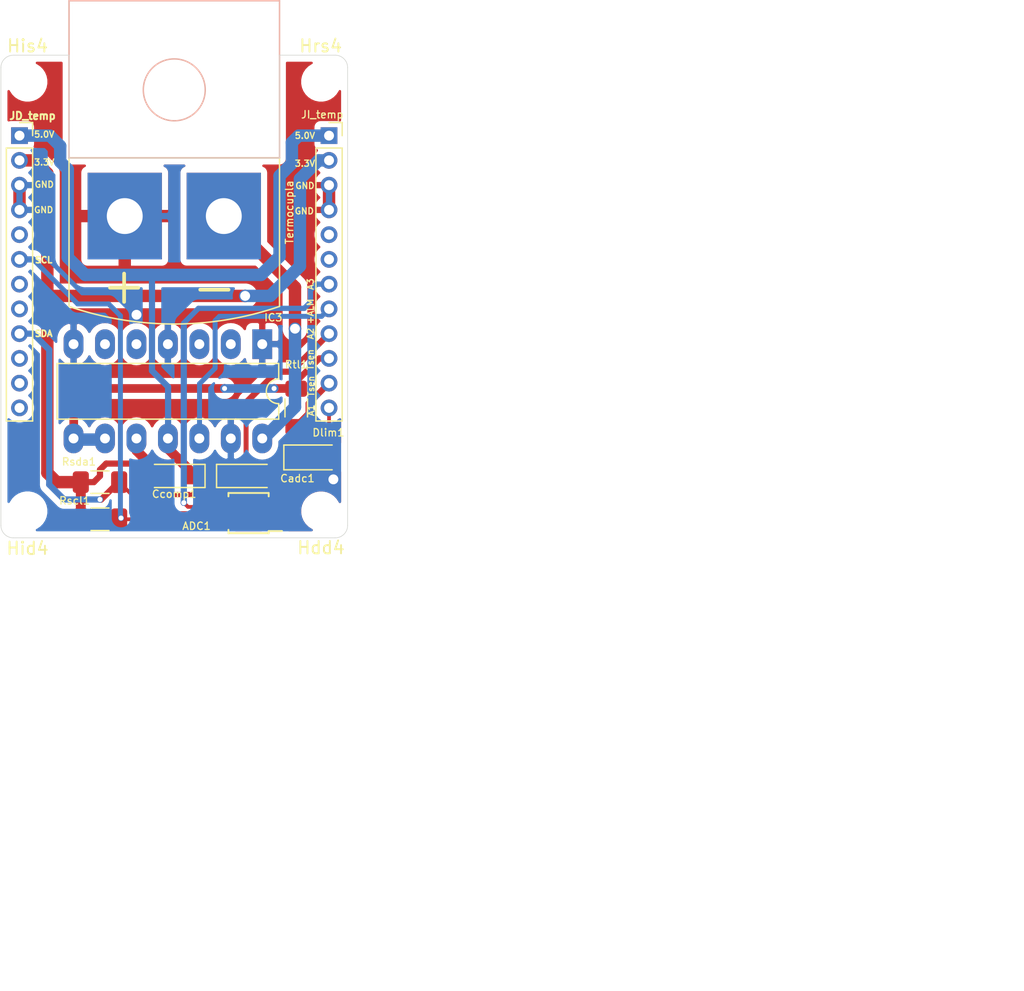
<source format=kicad_pcb>
(kicad_pcb (version 20171130) (host pcbnew 5.1.7-a382d34a8~88~ubuntu18.04.1)

  (general
    (thickness 1.6)
    (drawings 30)
    (tracks 150)
    (zones 0)
    (modules 15)
    (nets 27)
  )

  (page A4)
  (layers
    (0 F.Cu signal)
    (31 B.Cu signal)
    (32 B.Adhes user)
    (33 F.Adhes user)
    (34 B.Paste user)
    (35 F.Paste user)
    (36 B.SilkS user hide)
    (37 F.SilkS user)
    (38 B.Mask user)
    (39 F.Mask user)
    (40 Dwgs.User user)
    (41 Cmts.User user)
    (42 Eco1.User user)
    (43 Eco2.User user)
    (44 Edge.Cuts user)
    (45 Margin user)
    (46 B.CrtYd user)
    (47 F.CrtYd user)
    (48 B.Fab user)
    (49 F.Fab user hide)
  )

  (setup
    (last_trace_width 0.4)
    (user_trace_width 0.3)
    (user_trace_width 0.4)
    (user_trace_width 0.425)
    (user_trace_width 0.45)
    (user_trace_width 0.5)
    (user_trace_width 0.6)
    (user_trace_width 0.7)
    (user_trace_width 0.8)
    (user_trace_width 0.9)
    (user_trace_width 1)
    (user_trace_width 1.1)
    (user_trace_width 1.4)
    (user_trace_width 1.5)
    (trace_clearance 0.2)
    (zone_clearance 0.5)
    (zone_45_only no)
    (trace_min 0.2)
    (via_size 0.8)
    (via_drill 0.4)
    (via_min_size 0.4)
    (via_min_drill 0.3)
    (user_via 0.425 0.4)
    (user_via 0.5 0.4)
    (user_via 0.6 0.4)
    (user_via 0.7 0.4)
    (user_via 0.8 0.5)
    (user_via 1 0.4)
    (user_via 1 0.8)
    (uvia_size 0.3)
    (uvia_drill 0.1)
    (uvias_allowed no)
    (uvia_min_size 0.2)
    (uvia_min_drill 0.1)
    (edge_width 0.05)
    (segment_width 0.2)
    (pcb_text_width 0.3)
    (pcb_text_size 1.5 1.5)
    (mod_edge_width 0.12)
    (mod_text_size 1 1)
    (mod_text_width 0.15)
    (pad_size 2.2 2.2)
    (pad_drill 2.2)
    (pad_to_mask_clearance 0)
    (aux_axis_origin 0 0)
    (visible_elements FFFFFF7F)
    (pcbplotparams
      (layerselection 0x010fc_ffffffff)
      (usegerberextensions true)
      (usegerberattributes true)
      (usegerberadvancedattributes true)
      (creategerberjobfile true)
      (excludeedgelayer true)
      (linewidth 0.100000)
      (plotframeref false)
      (viasonmask false)
      (mode 1)
      (useauxorigin false)
      (hpglpennumber 1)
      (hpglpenspeed 20)
      (hpglpendiameter 15.000000)
      (psnegative false)
      (psa4output false)
      (plotreference true)
      (plotvalue true)
      (plotinvisibletext false)
      (padsonsilk false)
      (subtractmaskfromsilk true)
      (outputformat 1)
      (mirror false)
      (drillshape 0)
      (scaleselection 1)
      (outputdirectory "/home/amejia/Desktop/dielniko/Global_Val_Sen_Tem/Gerbers/"))
  )

  (net 0 "")
  (net 1 +3V3)
  (net 2 GND)
  (net 3 +5V)
  (net 4 SDA0)
  (net 5 SCL0)
  (net 6 "Net-(JD_temp1-Pad11)")
  (net 7 "Net-(JD_temp1-Pad10)")
  (net 8 "Net-(JD_temp1-Pad8)")
  (net 9 "Net-(JD_temp1-Pad7)")
  (net 10 "Net-(JD_temp1-Pad5)")
  (net 11 "Net-(JI_temp1-Pad6)")
  (net 12 "Net-(JI_temp1-Pad5)")
  (net 13 Tsen)
  (net 14 "Net-(Ccomp1-Pad2)")
  (net 15 "Net-(ADC1-Pad2)")
  (net 16 Tout)
  (net 17 AIN1)
  (net 18 AIN3)
  (net 19 AIN2)
  (net 20 +ALM)
  (net 21 "Net-(JD_temp1-Pad12)")
  (net 22 "Net-(IC3-Pad14)")
  (net 23 "Net-(IC3-Pad6)")
  (net 24 "Net-(IC3-Pad5)")
  (net 25 "Net-(IC3-Pad3)")
  (net 26 "Net-(IC3-Pad2)")

  (net_class Default "This is the default net class."
    (clearance 0.2)
    (trace_width 0.25)
    (via_dia 0.8)
    (via_drill 0.4)
    (uvia_dia 0.3)
    (uvia_drill 0.1)
    (add_net +3V3)
    (add_net +5V)
    (add_net +ALM)
    (add_net AIN1)
    (add_net AIN2)
    (add_net AIN3)
    (add_net GND)
    (add_net "Net-(ADC1-Pad2)")
    (add_net "Net-(Ccomp1-Pad2)")
    (add_net "Net-(IC3-Pad14)")
    (add_net "Net-(IC3-Pad2)")
    (add_net "Net-(IC3-Pad3)")
    (add_net "Net-(IC3-Pad5)")
    (add_net "Net-(IC3-Pad6)")
    (add_net "Net-(JD_temp1-Pad10)")
    (add_net "Net-(JD_temp1-Pad11)")
    (add_net "Net-(JD_temp1-Pad12)")
    (add_net "Net-(JD_temp1-Pad5)")
    (add_net "Net-(JD_temp1-Pad7)")
    (add_net "Net-(JD_temp1-Pad8)")
    (add_net "Net-(JI_temp1-Pad5)")
    (add_net "Net-(JI_temp1-Pad6)")
    (add_net SCL0)
    (add_net SDA0)
    (add_net Tout)
    (add_net Tsen)
  )

  (module Package_DIP:DIP-14_W7.62mm_LongPads (layer F.Cu) (tedit 5A02E8C5) (tstamp 63873487)
    (at 161.105 63.35 270)
    (descr "14-lead though-hole mounted DIP package, row spacing 7.62 mm (300 mils), LongPads")
    (tags "THT DIP DIL PDIP 2.54mm 7.62mm 300mil LongPads")
    (path /638C5471)
    (fp_text reference IC3 (at -2.15 -0.895 180) (layer F.SilkS)
      (effects (font (size 0.6 0.6) (thickness 0.1)))
    )
    (fp_text value AD595 (at 3.81 17.57 90) (layer F.Fab)
      (effects (font (size 1 1) (thickness 0.15)))
    )
    (fp_line (start 9.1 -1.55) (end -1.45 -1.55) (layer F.CrtYd) (width 0.05))
    (fp_line (start 9.1 16.8) (end 9.1 -1.55) (layer F.CrtYd) (width 0.05))
    (fp_line (start -1.45 16.8) (end 9.1 16.8) (layer F.CrtYd) (width 0.05))
    (fp_line (start -1.45 -1.55) (end -1.45 16.8) (layer F.CrtYd) (width 0.05))
    (fp_line (start 6.06 -1.33) (end 4.81 -1.33) (layer F.SilkS) (width 0.12))
    (fp_line (start 6.06 16.57) (end 6.06 -1.33) (layer F.SilkS) (width 0.12))
    (fp_line (start 1.56 16.57) (end 6.06 16.57) (layer F.SilkS) (width 0.12))
    (fp_line (start 1.56 -1.33) (end 1.56 16.57) (layer F.SilkS) (width 0.12))
    (fp_line (start 2.81 -1.33) (end 1.56 -1.33) (layer F.SilkS) (width 0.12))
    (fp_line (start 0.635 -0.27) (end 1.635 -1.27) (layer F.Fab) (width 0.1))
    (fp_line (start 0.635 16.51) (end 0.635 -0.27) (layer F.Fab) (width 0.1))
    (fp_line (start 6.985 16.51) (end 0.635 16.51) (layer F.Fab) (width 0.1))
    (fp_line (start 6.985 -1.27) (end 6.985 16.51) (layer F.Fab) (width 0.1))
    (fp_line (start 1.635 -1.27) (end 6.985 -1.27) (layer F.Fab) (width 0.1))
    (fp_text user %R (at 3.81 7.62 90) (layer F.Fab)
      (effects (font (size 1 1) (thickness 0.15)))
    )
    (fp_arc (start 3.81 -1.33) (end 2.81 -1.33) (angle -180) (layer F.SilkS) (width 0.12))
    (pad 14 thru_hole oval (at 7.62 0 270) (size 2.4 1.6) (drill 0.8) (layers *.Cu *.Mask)
      (net 22 "Net-(IC3-Pad14)"))
    (pad 7 thru_hole oval (at 0 15.24 270) (size 2.4 1.6) (drill 0.8) (layers *.Cu *.Mask)
      (net 2 GND))
    (pad 13 thru_hole oval (at 7.62 2.54 270) (size 2.4 1.6) (drill 0.8) (layers *.Cu *.Mask)
      (net 2 GND))
    (pad 6 thru_hole oval (at 0 12.7 270) (size 2.4 1.6) (drill 0.8) (layers *.Cu *.Mask)
      (net 23 "Net-(IC3-Pad6)"))
    (pad 12 thru_hole oval (at 7.62 5.08 270) (size 2.4 1.6) (drill 0.8) (layers *.Cu *.Mask)
      (net 20 +ALM))
    (pad 5 thru_hole oval (at 0 10.16 270) (size 2.4 1.6) (drill 0.8) (layers *.Cu *.Mask)
      (net 24 "Net-(IC3-Pad5)"))
    (pad 11 thru_hole oval (at 7.62 7.62 270) (size 2.4 1.6) (drill 0.8) (layers *.Cu *.Mask)
      (net 3 +5V))
    (pad 4 thru_hole oval (at 0 7.62 270) (size 2.4 1.6) (drill 0.8) (layers *.Cu *.Mask)
      (net 2 GND))
    (pad 10 thru_hole oval (at 7.62 10.16 270) (size 2.4 1.6) (drill 0.8) (layers *.Cu *.Mask)
      (net 14 "Net-(Ccomp1-Pad2)"))
    (pad 3 thru_hole oval (at 0 5.08 270) (size 2.4 1.6) (drill 0.8) (layers *.Cu *.Mask)
      (net 25 "Net-(IC3-Pad3)"))
    (pad 9 thru_hole oval (at 7.62 12.7 270) (size 2.4 1.6) (drill 0.8) (layers *.Cu *.Mask)
      (net 16 Tout))
    (pad 2 thru_hole oval (at 0 2.54 270) (size 2.4 1.6) (drill 0.8) (layers *.Cu *.Mask)
      (net 26 "Net-(IC3-Pad2)"))
    (pad 8 thru_hole oval (at 7.62 15.24 270) (size 2.4 1.6) (drill 0.8) (layers *.Cu *.Mask)
      (net 16 Tout))
    (pad 1 thru_hole rect (at 0 0 270) (size 2.4 1.6) (drill 0.8) (layers *.Cu *.Mask)
      (net 2 GND))
    (model ${KISYS3DMOD}/Package_DIP.3dshapes/DIP-14_W7.62mm.wrl
      (at (xyz 0 0 0))
      (scale (xyz 1 1 1))
      (rotate (xyz 0 0 0))
    )
  )

  (module My_Footprints:thrmoK-F (layer F.Cu) (tedit 617833B7) (tstamp 63861942)
    (at 154 53 90)
    (path /63AFA550)
    (fp_text reference Termocupla (at 0.3 9.3 90) (layer F.SilkS)
      (effects (font (size 0.6 0.6) (thickness 0.1)))
    )
    (fp_text value Conn_01x02 (at 0.03 -10.47 90) (layer F.Fab)
      (effects (font (size 1 1) (thickness 0.15)))
    )
    (fp_circle (center 10.2 0) (end 10.2 -2.5) (layer B.SilkS) (width 0.12))
    (fp_line (start 4.7 -8.5) (end 4.7 8.5) (layer B.SilkS) (width 0.12))
    (fp_line (start 4.7 8.5) (end 17.4 8.5) (layer B.SilkS) (width 0.12))
    (fp_line (start 17.4 -8.5) (end 17.4 8.5) (layer B.SilkS) (width 0.12))
    (fp_line (start 4.7 -8.5) (end 17.4 -8.5) (layer B.SilkS) (width 0.12))
    (fp_line (start 4.7 -8.5) (end 4.7 8.5) (layer F.SilkS) (width 0.12))
    (fp_line (start 4.7 8.5) (end -7.3 8.5) (layer F.SilkS) (width 0.12))
    (fp_line (start 4.7 -8.5) (end -7.3 -8.5) (layer F.SilkS) (width 0.12))
    (fp_arc (start 17.4 0) (end -7.299999 -8.499999) (angle -37.97970855) (layer F.SilkS) (width 0.12))
    (fp_text user - (at -5.72 3.24) (layer F.SilkS)
      (effects (font (size 3 3) (thickness 0.3)))
    )
    (fp_text user + (at -5.79 -4.28 90) (layer F.SilkS)
      (effects (font (size 3 3) (thickness 0.3)))
    )
    (pad 1 thru_hole rect (at 0 -4 90) (size 7 6) (drill 2.9) (layers *.Cu *.Mask)
      (net 2 GND))
    (pad 2 thru_hole rect (at 0 4 90) (size 7 6) (drill 2.9) (layers *.Cu *.Mask)
      (net 22 "Net-(IC3-Pad14)"))
  )

  (module Resistor_SMD:R_1206_3216Metric_Pad1.30x1.75mm_HandSolder (layer F.Cu) (tedit 5F68FEEE) (tstamp 6386BCA4)
    (at 163.85 68.5 90)
    (descr "Resistor SMD 1206 (3216 Metric), square (rectangular) end terminal, IPC_7351 nominal with elongated pad for handsoldering. (Body size source: IPC-SM-782 page 72, https://www.pcb-3d.com/wordpress/wp-content/uploads/ipc-sm-782a_amendment_1_and_2.pdf), generated with kicad-footprint-generator")
    (tags "resistor handsolder")
    (path /63BBBCDA)
    (attr smd)
    (fp_text reference Rtl1 (at 3.5 0 180) (layer F.SilkS)
      (effects (font (size 0.6 0.6) (thickness 0.1)))
    )
    (fp_text value 10k (at 0 1.82 90) (layer F.Fab)
      (effects (font (size 1 1) (thickness 0.15)))
    )
    (fp_line (start -1.6 0.8) (end -1.6 -0.8) (layer F.Fab) (width 0.1))
    (fp_line (start -1.6 -0.8) (end 1.6 -0.8) (layer F.Fab) (width 0.1))
    (fp_line (start 1.6 -0.8) (end 1.6 0.8) (layer F.Fab) (width 0.1))
    (fp_line (start 1.6 0.8) (end -1.6 0.8) (layer F.Fab) (width 0.1))
    (fp_line (start -0.727064 -0.91) (end 0.727064 -0.91) (layer F.SilkS) (width 0.12))
    (fp_line (start -0.727064 0.91) (end 0.727064 0.91) (layer F.SilkS) (width 0.12))
    (fp_line (start -2.45 1.12) (end -2.45 -1.12) (layer F.CrtYd) (width 0.05))
    (fp_line (start -2.45 -1.12) (end 2.45 -1.12) (layer F.CrtYd) (width 0.05))
    (fp_line (start 2.45 -1.12) (end 2.45 1.12) (layer F.CrtYd) (width 0.05))
    (fp_line (start 2.45 1.12) (end -2.45 1.12) (layer F.CrtYd) (width 0.05))
    (fp_text user %R (at 0 0 90) (layer F.Fab)
      (effects (font (size 0.8 0.8) (thickness 0.12)))
    )
    (pad 2 smd roundrect (at 1.55 0 90) (size 1.3 1.75) (layers F.Cu F.Paste F.Mask) (roundrect_rratio 0.1923076923076923)
      (net 16 Tout))
    (pad 1 smd roundrect (at -1.55 0 90) (size 1.3 1.75) (layers F.Cu F.Paste F.Mask) (roundrect_rratio 0.1923076923076923)
      (net 13 Tsen))
    (model ${KISYS3DMOD}/Resistor_SMD.3dshapes/R_1206_3216Metric.wrl
      (at (xyz 0 0 0))
      (scale (xyz 1 1 1))
      (rotate (xyz 0 0 0))
    )
  )

  (module Diode_SMD:D_SOD-123 (layer F.Cu) (tedit 58645DC7) (tstamp 6386B6A6)
    (at 165.1 72.5)
    (descr SOD-123)
    (tags SOD-123)
    (path /63BB84A4)
    (attr smd)
    (fp_text reference Dlim1 (at 1.35 -2) (layer F.SilkS)
      (effects (font (size 0.6 0.6) (thickness 0.1)))
    )
    (fp_text value MMSD4148 (at 0 2.1) (layer F.Fab)
      (effects (font (size 1 1) (thickness 0.15)))
    )
    (fp_line (start -2.25 -1) (end -2.25 1) (layer F.SilkS) (width 0.12))
    (fp_line (start 0.25 0) (end 0.75 0) (layer F.Fab) (width 0.1))
    (fp_line (start 0.25 0.4) (end -0.35 0) (layer F.Fab) (width 0.1))
    (fp_line (start 0.25 -0.4) (end 0.25 0.4) (layer F.Fab) (width 0.1))
    (fp_line (start -0.35 0) (end 0.25 -0.4) (layer F.Fab) (width 0.1))
    (fp_line (start -0.35 0) (end -0.35 0.55) (layer F.Fab) (width 0.1))
    (fp_line (start -0.35 0) (end -0.35 -0.55) (layer F.Fab) (width 0.1))
    (fp_line (start -0.75 0) (end -0.35 0) (layer F.Fab) (width 0.1))
    (fp_line (start -1.4 0.9) (end -1.4 -0.9) (layer F.Fab) (width 0.1))
    (fp_line (start 1.4 0.9) (end -1.4 0.9) (layer F.Fab) (width 0.1))
    (fp_line (start 1.4 -0.9) (end 1.4 0.9) (layer F.Fab) (width 0.1))
    (fp_line (start -1.4 -0.9) (end 1.4 -0.9) (layer F.Fab) (width 0.1))
    (fp_line (start -2.35 -1.15) (end 2.35 -1.15) (layer F.CrtYd) (width 0.05))
    (fp_line (start 2.35 -1.15) (end 2.35 1.15) (layer F.CrtYd) (width 0.05))
    (fp_line (start 2.35 1.15) (end -2.35 1.15) (layer F.CrtYd) (width 0.05))
    (fp_line (start -2.35 -1.15) (end -2.35 1.15) (layer F.CrtYd) (width 0.05))
    (fp_line (start -2.25 1) (end 1.65 1) (layer F.SilkS) (width 0.12))
    (fp_line (start -2.25 -1) (end 1.65 -1) (layer F.SilkS) (width 0.12))
    (fp_text user %R (at 0 -2) (layer F.Fab)
      (effects (font (size 1 1) (thickness 0.15)))
    )
    (pad 2 smd rect (at 1.65 0) (size 0.9 1.2) (layers F.Cu F.Paste F.Mask)
      (net 2 GND))
    (pad 1 smd rect (at -1.65 0) (size 0.9 1.2) (layers F.Cu F.Paste F.Mask)
      (net 13 Tsen))
    (model ${KISYS3DMOD}/Diode_SMD.3dshapes/D_SOD-123.wrl
      (at (xyz 0 0 0))
      (scale (xyz 1 1 1))
      (rotate (xyz 0 0 0))
    )
  )

  (module Capacitor_Tantalum_SMD:CP_EIA-3216-10_Kemet-I_Pad1.58x1.35mm_HandSolder (layer F.Cu) (tedit 5EBA9318) (tstamp 6386B511)
    (at 159.9 74)
    (descr "Tantalum Capacitor SMD Kemet-I (3216-10 Metric), IPC_7351 nominal, (Body size from: http://www.kemet.com/Lists/ProductCatalog/Attachments/253/KEM_TC101_STD.pdf), generated with kicad-footprint-generator")
    (tags "capacitor tantalum")
    (path /63A87EA4)
    (attr smd)
    (fp_text reference Cadc1 (at 4.05 0.2) (layer F.SilkS)
      (effects (font (size 0.6 0.6) (thickness 0.1)))
    )
    (fp_text value 100n (at 0 1.75) (layer F.Fab)
      (effects (font (size 1 1) (thickness 0.15)))
    )
    (fp_line (start 1.6 -0.8) (end -1.2 -0.8) (layer F.Fab) (width 0.1))
    (fp_line (start -1.2 -0.8) (end -1.6 -0.4) (layer F.Fab) (width 0.1))
    (fp_line (start -1.6 -0.4) (end -1.6 0.8) (layer F.Fab) (width 0.1))
    (fp_line (start -1.6 0.8) (end 1.6 0.8) (layer F.Fab) (width 0.1))
    (fp_line (start 1.6 0.8) (end 1.6 -0.8) (layer F.Fab) (width 0.1))
    (fp_line (start 1.6 -0.935) (end -2.485 -0.935) (layer F.SilkS) (width 0.12))
    (fp_line (start -2.485 -0.935) (end -2.485 0.935) (layer F.SilkS) (width 0.12))
    (fp_line (start -2.485 0.935) (end 1.6 0.935) (layer F.SilkS) (width 0.12))
    (fp_line (start -2.48 1.05) (end -2.48 -1.05) (layer F.CrtYd) (width 0.05))
    (fp_line (start -2.48 -1.05) (end 2.48 -1.05) (layer F.CrtYd) (width 0.05))
    (fp_line (start 2.48 -1.05) (end 2.48 1.05) (layer F.CrtYd) (width 0.05))
    (fp_line (start 2.48 1.05) (end -2.48 1.05) (layer F.CrtYd) (width 0.05))
    (fp_text user %R (at 0 0) (layer F.Fab)
      (effects (font (size 0.8 0.8) (thickness 0.12)))
    )
    (pad 2 smd roundrect (at 1.4375 0) (size 1.575 1.35) (layers F.Cu F.Paste F.Mask) (roundrect_rratio 0.1851844444444445)
      (net 2 GND))
    (pad 1 smd roundrect (at -1.4375 0) (size 1.575 1.35) (layers F.Cu F.Paste F.Mask) (roundrect_rratio 0.1851844444444445)
      (net 1 +3V3))
    (model ${KISYS3DMOD}/Capacitor_Tantalum_SMD.3dshapes/CP_EIA-3216-10_Kemet-I.wrl
      (at (xyz 0 0 0))
      (scale (xyz 1 1 1))
      (rotate (xyz 0 0 0))
    )
  )

  (module Resistor_SMD:R_1206_3216Metric_Pad1.30x1.75mm_HandSolder (layer F.Cu) (tedit 5F68FEEE) (tstamp 63869CC7)
    (at 148 74.5 180)
    (descr "Resistor SMD 1206 (3216 Metric), square (rectangular) end terminal, IPC_7351 nominal with elongated pad for handsoldering. (Body size source: IPC-SM-782 page 72, https://www.pcb-3d.com/wordpress/wp-content/uploads/ipc-sm-782a_amendment_1_and_2.pdf), generated with kicad-footprint-generator")
    (tags "resistor handsolder")
    (path /63B821BF)
    (attr smd)
    (fp_text reference Rsda1 (at 1.7 1.65) (layer F.SilkS)
      (effects (font (size 0.6 0.6) (thickness 0.1)))
    )
    (fp_text value 10k (at 0 1.82) (layer F.Fab)
      (effects (font (size 1 1) (thickness 0.15)))
    )
    (fp_line (start -1.6 0.8) (end -1.6 -0.8) (layer F.Fab) (width 0.1))
    (fp_line (start -1.6 -0.8) (end 1.6 -0.8) (layer F.Fab) (width 0.1))
    (fp_line (start 1.6 -0.8) (end 1.6 0.8) (layer F.Fab) (width 0.1))
    (fp_line (start 1.6 0.8) (end -1.6 0.8) (layer F.Fab) (width 0.1))
    (fp_line (start -0.727064 -0.91) (end 0.727064 -0.91) (layer F.SilkS) (width 0.12))
    (fp_line (start -0.727064 0.91) (end 0.727064 0.91) (layer F.SilkS) (width 0.12))
    (fp_line (start -2.45 1.12) (end -2.45 -1.12) (layer F.CrtYd) (width 0.05))
    (fp_line (start -2.45 -1.12) (end 2.45 -1.12) (layer F.CrtYd) (width 0.05))
    (fp_line (start 2.45 -1.12) (end 2.45 1.12) (layer F.CrtYd) (width 0.05))
    (fp_line (start 2.45 1.12) (end -2.45 1.12) (layer F.CrtYd) (width 0.05))
    (fp_text user %R (at 0 0) (layer F.Fab)
      (effects (font (size 0.8 0.8) (thickness 0.12)))
    )
    (pad 2 smd roundrect (at 1.55 0 180) (size 1.3 1.75) (layers F.Cu F.Paste F.Mask) (roundrect_rratio 0.1923076923076923)
      (net 1 +3V3))
    (pad 1 smd roundrect (at -1.55 0 180) (size 1.3 1.75) (layers F.Cu F.Paste F.Mask) (roundrect_rratio 0.1923076923076923)
      (net 4 SDA0))
    (model ${KISYS3DMOD}/Resistor_SMD.3dshapes/R_1206_3216Metric.wrl
      (at (xyz 0 0 0))
      (scale (xyz 1 1 1))
      (rotate (xyz 0 0 0))
    )
  )

  (module Resistor_SMD:R_1206_3216Metric_Pad1.30x1.75mm_HandSolder (layer F.Cu) (tedit 5F68FEEE) (tstamp 63869CB6)
    (at 148 77.5 180)
    (descr "Resistor SMD 1206 (3216 Metric), square (rectangular) end terminal, IPC_7351 nominal with elongated pad for handsoldering. (Body size source: IPC-SM-782 page 72, https://www.pcb-3d.com/wordpress/wp-content/uploads/ipc-sm-782a_amendment_1_and_2.pdf), generated with kicad-footprint-generator")
    (tags "resistor handsolder")
    (path /63B67322)
    (attr smd)
    (fp_text reference Rscl1 (at 2.05 1.5) (layer F.SilkS)
      (effects (font (size 0.6 0.6) (thickness 0.1)))
    )
    (fp_text value 10k (at 0 1.82) (layer F.Fab)
      (effects (font (size 1 1) (thickness 0.15)))
    )
    (fp_line (start -1.6 0.8) (end -1.6 -0.8) (layer F.Fab) (width 0.1))
    (fp_line (start -1.6 -0.8) (end 1.6 -0.8) (layer F.Fab) (width 0.1))
    (fp_line (start 1.6 -0.8) (end 1.6 0.8) (layer F.Fab) (width 0.1))
    (fp_line (start 1.6 0.8) (end -1.6 0.8) (layer F.Fab) (width 0.1))
    (fp_line (start -0.727064 -0.91) (end 0.727064 -0.91) (layer F.SilkS) (width 0.12))
    (fp_line (start -0.727064 0.91) (end 0.727064 0.91) (layer F.SilkS) (width 0.12))
    (fp_line (start -2.45 1.12) (end -2.45 -1.12) (layer F.CrtYd) (width 0.05))
    (fp_line (start -2.45 -1.12) (end 2.45 -1.12) (layer F.CrtYd) (width 0.05))
    (fp_line (start 2.45 -1.12) (end 2.45 1.12) (layer F.CrtYd) (width 0.05))
    (fp_line (start 2.45 1.12) (end -2.45 1.12) (layer F.CrtYd) (width 0.05))
    (fp_text user %R (at 0 0) (layer F.Fab)
      (effects (font (size 0.8 0.8) (thickness 0.12)))
    )
    (pad 2 smd roundrect (at 1.55 0 180) (size 1.3 1.75) (layers F.Cu F.Paste F.Mask) (roundrect_rratio 0.1923076923076923)
      (net 1 +3V3))
    (pad 1 smd roundrect (at -1.55 0 180) (size 1.3 1.75) (layers F.Cu F.Paste F.Mask) (roundrect_rratio 0.1923076923076923)
      (net 5 SCL0))
    (model ${KISYS3DMOD}/Resistor_SMD.3dshapes/R_1206_3216Metric.wrl
      (at (xyz 0 0 0))
      (scale (xyz 1 1 1))
      (rotate (xyz 0 0 0))
    )
  )

  (module Package_SO:TSSOP-10_3x3mm_P0.5mm (layer F.Cu) (tedit 5F3E4A84) (tstamp 63851AB1)
    (at 160 77 180)
    (descr "TSSOP10: plastic thin shrink small outline package; 10 leads; body width 3 mm; (see NXP SSOP-TSSOP-VSO-REFLOW.pdf and sot552-1_po.pdf)")
    (tags "SSOP 0.5")
    (path /63A05671)
    (attr smd)
    (fp_text reference ADC1 (at 4.2 -1.05) (layer F.SilkS)
      (effects (font (size 0.6 0.6) (thickness 0.1)))
    )
    (fp_text value ADS1115IDGS (at 0 2.55) (layer F.Fab)
      (effects (font (size 1 1) (thickness 0.15)))
    )
    (fp_line (start -0.5 -1.5) (end 1.5 -1.5) (layer F.Fab) (width 0.1))
    (fp_line (start 1.5 -1.5) (end 1.5 1.5) (layer F.Fab) (width 0.1))
    (fp_line (start 1.5 1.5) (end -1.5 1.5) (layer F.Fab) (width 0.1))
    (fp_line (start -1.5 1.5) (end -1.5 -0.5) (layer F.Fab) (width 0.1))
    (fp_line (start -1.5 -0.5) (end -0.5 -1.5) (layer F.Fab) (width 0.1))
    (fp_line (start -2.95 -1.8) (end -2.95 1.8) (layer F.CrtYd) (width 0.05))
    (fp_line (start 2.95 -1.8) (end 2.95 1.8) (layer F.CrtYd) (width 0.05))
    (fp_line (start -2.95 -1.8) (end 2.95 -1.8) (layer F.CrtYd) (width 0.05))
    (fp_line (start -2.95 1.8) (end 2.95 1.8) (layer F.CrtYd) (width 0.05))
    (fp_line (start -1.625 -1.625) (end -1.625 -1.45) (layer F.SilkS) (width 0.15))
    (fp_line (start 1.625 -1.625) (end 1.625 -1.35) (layer F.SilkS) (width 0.15))
    (fp_line (start 1.625 1.625) (end 1.625 1.35) (layer F.SilkS) (width 0.15))
    (fp_line (start -1.625 1.625) (end -1.625 1.35) (layer F.SilkS) (width 0.15))
    (fp_line (start -1.625 -1.625) (end 1.625 -1.625) (layer F.SilkS) (width 0.15))
    (fp_line (start -1.625 1.625) (end 1.625 1.625) (layer F.SilkS) (width 0.15))
    (fp_line (start -1.625 -1.45) (end -2.7 -1.45) (layer F.SilkS) (width 0.15))
    (fp_text user %R (at 0 0) (layer F.Fab)
      (effects (font (size 0.6 0.6) (thickness 0.1)))
    )
    (pad 10 smd rect (at 2.15 -1 180) (size 1.1 0.25) (layers F.Cu F.Paste F.Mask)
      (net 5 SCL0))
    (pad 9 smd rect (at 2.15 -0.5 180) (size 1.1 0.25) (layers F.Cu F.Paste F.Mask)
      (net 4 SDA0))
    (pad 8 smd rect (at 2.15 0 180) (size 1.1 0.25) (layers F.Cu F.Paste F.Mask)
      (net 1 +3V3))
    (pad 7 smd rect (at 2.15 0.5 180) (size 1.1 0.25) (layers F.Cu F.Paste F.Mask)
      (net 18 AIN3))
    (pad 6 smd rect (at 2.15 1 180) (size 1.1 0.25) (layers F.Cu F.Paste F.Mask)
      (net 19 AIN2))
    (pad 5 smd rect (at -2.15 1 180) (size 1.1 0.25) (layers F.Cu F.Paste F.Mask)
      (net 17 AIN1))
    (pad 4 smd rect (at -2.15 0.5 180) (size 1.1 0.25) (layers F.Cu F.Paste F.Mask)
      (net 13 Tsen))
    (pad 3 smd rect (at -2.15 0 180) (size 1.1 0.25) (layers F.Cu F.Paste F.Mask)
      (net 2 GND))
    (pad 2 smd rect (at -2.15 -0.5 180) (size 1.1 0.25) (layers F.Cu F.Paste F.Mask)
      (net 15 "Net-(ADC1-Pad2)"))
    (pad 1 smd rect (at -2.15 -1 180) (size 1.1 0.25) (layers F.Cu F.Paste F.Mask)
      (net 2 GND))
    (model ${KISYS3DMOD}/Package_SO.3dshapes/TSSOP-10_3x3mm_P0.5mm.wrl
      (at (xyz 0 0 0))
      (scale (xyz 1 1 1))
      (rotate (xyz 0 0 0))
    )
  )

  (module Capacitor_Tantalum_SMD:CP_EIA-3216-10_Kemet-I_Pad1.58x1.35mm_HandSolder (layer F.Cu) (tedit 5EBA9318) (tstamp 6384F032)
    (at 154 74 180)
    (descr "Tantalum Capacitor SMD Kemet-I (3216-10 Metric), IPC_7351 nominal, (Body size from: http://www.kemet.com/Lists/ProductCatalog/Attachments/253/KEM_TC101_STD.pdf), generated with kicad-footprint-generator")
    (tags "capacitor tantalum")
    (path /639B28D1)
    (attr smd)
    (fp_text reference Ccomp1 (at 0.01 -1.46) (layer F.SilkS)
      (effects (font (size 0.6 0.6) (thickness 0.1)))
    )
    (fp_text value 10u (at 0 1.75) (layer F.Fab)
      (effects (font (size 1 1) (thickness 0.15)))
    )
    (fp_line (start 2.48 1.05) (end -2.48 1.05) (layer F.CrtYd) (width 0.05))
    (fp_line (start 2.48 -1.05) (end 2.48 1.05) (layer F.CrtYd) (width 0.05))
    (fp_line (start -2.48 -1.05) (end 2.48 -1.05) (layer F.CrtYd) (width 0.05))
    (fp_line (start -2.48 1.05) (end -2.48 -1.05) (layer F.CrtYd) (width 0.05))
    (fp_line (start -2.485 0.935) (end 1.6 0.935) (layer F.SilkS) (width 0.12))
    (fp_line (start -2.485 -0.935) (end -2.485 0.935) (layer F.SilkS) (width 0.12))
    (fp_line (start 1.6 -0.935) (end -2.485 -0.935) (layer F.SilkS) (width 0.12))
    (fp_line (start 1.6 0.8) (end 1.6 -0.8) (layer F.Fab) (width 0.1))
    (fp_line (start -1.6 0.8) (end 1.6 0.8) (layer F.Fab) (width 0.1))
    (fp_line (start -1.6 -0.4) (end -1.6 0.8) (layer F.Fab) (width 0.1))
    (fp_line (start -1.2 -0.8) (end -1.6 -0.4) (layer F.Fab) (width 0.1))
    (fp_line (start 1.6 -0.8) (end -1.2 -0.8) (layer F.Fab) (width 0.1))
    (fp_text user %R (at 0 0) (layer F.Fab)
      (effects (font (size 0.8 0.8) (thickness 0.12)))
    )
    (pad 2 smd roundrect (at 1.4375 0 180) (size 1.575 1.35) (layers F.Cu F.Paste F.Mask) (roundrect_rratio 0.1851844444444445)
      (net 14 "Net-(Ccomp1-Pad2)"))
    (pad 1 smd roundrect (at -1.4375 0 180) (size 1.575 1.35) (layers F.Cu F.Paste F.Mask) (roundrect_rratio 0.1851844444444445)
      (net 3 +5V))
    (model ${KISYS3DMOD}/Capacitor_Tantalum_SMD.3dshapes/CP_EIA-3216-10_Kemet-I.wrl
      (at (xyz 0 0 0))
      (scale (xyz 1 1 1))
      (rotate (xyz 0 0 0))
    )
  )

  (module Connector_PinSocket_2.00mm:PinSocket_1x12_P2.00mm_Vertical (layer F.Cu) (tedit 5A19A41B) (tstamp 6384CB48)
    (at 166.5 46.5)
    (descr "Through hole straight socket strip, 1x12, 2.00mm pitch, single row (from Kicad 4.0.7), script generated")
    (tags "Through hole socket strip THT 1x12 2.00mm single row")
    (path /63911325)
    (fp_text reference JI_temp (at -0.55 -1.7 180) (layer F.SilkS)
      (effects (font (size 0.6 0.6) (thickness 0.1)))
    )
    (fp_text value Conn_01x12 (at 0 24.5) (layer F.Fab)
      (effects (font (size 1 1) (thickness 0.15)))
    )
    (fp_line (start -1.5 23.5) (end -1.5 -1.5) (layer F.CrtYd) (width 0.05))
    (fp_line (start 1.5 23.5) (end -1.5 23.5) (layer F.CrtYd) (width 0.05))
    (fp_line (start 1.5 -1.5) (end 1.5 23.5) (layer F.CrtYd) (width 0.05))
    (fp_line (start -1.5 -1.5) (end 1.5 -1.5) (layer F.CrtYd) (width 0.05))
    (fp_line (start 0 -1.06) (end 1.06 -1.06) (layer F.SilkS) (width 0.12))
    (fp_line (start 1.06 -1.06) (end 1.06 0) (layer F.SilkS) (width 0.12))
    (fp_line (start 1.06 1) (end 1.06 23.06) (layer F.SilkS) (width 0.12))
    (fp_line (start -1.06 23.06) (end 1.06 23.06) (layer F.SilkS) (width 0.12))
    (fp_line (start -1.06 1) (end -1.06 23.06) (layer F.SilkS) (width 0.12))
    (fp_line (start -1.06 1) (end 1.06 1) (layer F.SilkS) (width 0.12))
    (fp_line (start -1 23) (end -1 -1) (layer F.Fab) (width 0.1))
    (fp_line (start 1 23) (end -1 23) (layer F.Fab) (width 0.1))
    (fp_line (start 1 -0.5) (end 1 23) (layer F.Fab) (width 0.1))
    (fp_line (start 0.5 -1) (end 1 -0.5) (layer F.Fab) (width 0.1))
    (fp_line (start -1 -1) (end 0.5 -1) (layer F.Fab) (width 0.1))
    (fp_text user %R (at 0 11 90) (layer F.Fab)
      (effects (font (size 1 1) (thickness 0.15)))
    )
    (pad 12 thru_hole oval (at 0 22) (size 1.35 1.35) (drill 0.8) (layers *.Cu *.Mask)
      (net 17 AIN1))
    (pad 11 thru_hole oval (at 0 20) (size 1.35 1.35) (drill 0.8) (layers *.Cu *.Mask)
      (net 13 Tsen))
    (pad 10 thru_hole oval (at 0 18) (size 1.35 1.35) (drill 0.8) (layers *.Cu *.Mask)
      (net 16 Tout))
    (pad 9 thru_hole oval (at 0 16) (size 1.35 1.35) (drill 0.8) (layers *.Cu *.Mask)
      (net 19 AIN2))
    (pad 8 thru_hole oval (at 0 14) (size 1.35 1.35) (drill 0.8) (layers *.Cu *.Mask)
      (net 20 +ALM))
    (pad 7 thru_hole oval (at 0 12) (size 1.35 1.35) (drill 0.8) (layers *.Cu *.Mask)
      (net 18 AIN3))
    (pad 6 thru_hole oval (at 0 10) (size 1.35 1.35) (drill 0.8) (layers *.Cu *.Mask)
      (net 11 "Net-(JI_temp1-Pad6)"))
    (pad 5 thru_hole oval (at 0 8) (size 1.35 1.35) (drill 0.8) (layers *.Cu *.Mask)
      (net 12 "Net-(JI_temp1-Pad5)"))
    (pad 4 thru_hole oval (at 0 6) (size 1.35 1.35) (drill 0.8) (layers *.Cu *.Mask)
      (net 2 GND))
    (pad 3 thru_hole oval (at 0 4) (size 1.35 1.35) (drill 0.8) (layers *.Cu *.Mask)
      (net 2 GND))
    (pad 2 thru_hole oval (at 0 2) (size 1.35 1.35) (drill 0.8) (layers *.Cu *.Mask)
      (net 1 +3V3))
    (pad 1 thru_hole rect (at 0 0) (size 1.35 1.35) (drill 0.8) (layers *.Cu *.Mask)
      (net 3 +5V))
    (model ${KISYS3DMOD}/Connector_PinSocket_2.00mm.3dshapes/PinSocket_1x12_P2.00mm_Vertical.wrl
      (at (xyz 0 0 0))
      (scale (xyz 1 1 1))
      (rotate (xyz 0 0 0))
    )
  )

  (module Connector_PinSocket_2.00mm:PinSocket_1x12_P2.00mm_Vertical (layer F.Cu) (tedit 5A19A41B) (tstamp 6383AC97)
    (at 141.5 46.5)
    (descr "Through hole straight socket strip, 1x12, 2.00mm pitch, single row (from Kicad 4.0.7), script generated")
    (tags "Through hole socket strip THT 1x12 2.00mm single row")
    (path /638AF833)
    (fp_text reference JD_temp (at 1.05 -1.6 180) (layer F.SilkS)
      (effects (font (size 0.6 0.6) (thickness 0.15)))
    )
    (fp_text value Conn_01x12 (at 0 24.5) (layer F.Fab)
      (effects (font (size 1 1) (thickness 0.15)))
    )
    (fp_line (start -1.5 23.5) (end -1.5 -1.5) (layer F.CrtYd) (width 0.05))
    (fp_line (start 1.5 23.5) (end -1.5 23.5) (layer F.CrtYd) (width 0.05))
    (fp_line (start 1.5 -1.5) (end 1.5 23.5) (layer F.CrtYd) (width 0.05))
    (fp_line (start -1.5 -1.5) (end 1.5 -1.5) (layer F.CrtYd) (width 0.05))
    (fp_line (start 0 -1.06) (end 1.06 -1.06) (layer F.SilkS) (width 0.12))
    (fp_line (start 1.06 -1.06) (end 1.06 0) (layer F.SilkS) (width 0.12))
    (fp_line (start 1.06 1) (end 1.06 23.06) (layer F.SilkS) (width 0.12))
    (fp_line (start -1.06 23.06) (end 1.06 23.06) (layer F.SilkS) (width 0.12))
    (fp_line (start -1.06 1) (end -1.06 23.06) (layer F.SilkS) (width 0.12))
    (fp_line (start -1.06 1) (end 1.06 1) (layer F.SilkS) (width 0.12))
    (fp_line (start -1 23) (end -1 -1) (layer F.Fab) (width 0.1))
    (fp_line (start 1 23) (end -1 23) (layer F.Fab) (width 0.1))
    (fp_line (start 1 -0.5) (end 1 23) (layer F.Fab) (width 0.1))
    (fp_line (start 0.5 -1) (end 1 -0.5) (layer F.Fab) (width 0.1))
    (fp_line (start -1 -1) (end 0.5 -1) (layer F.Fab) (width 0.1))
    (fp_text user %R (at 0 11 90) (layer F.Fab)
      (effects (font (size 1 1) (thickness 0.15)))
    )
    (pad 12 thru_hole oval (at 0 22) (size 1.35 1.35) (drill 0.8) (layers *.Cu *.Mask)
      (net 21 "Net-(JD_temp1-Pad12)"))
    (pad 11 thru_hole oval (at 0 20) (size 1.35 1.35) (drill 0.8) (layers *.Cu *.Mask)
      (net 6 "Net-(JD_temp1-Pad11)"))
    (pad 10 thru_hole oval (at 0 18) (size 1.35 1.35) (drill 0.8) (layers *.Cu *.Mask)
      (net 7 "Net-(JD_temp1-Pad10)"))
    (pad 9 thru_hole oval (at 0 16) (size 1.35 1.35) (drill 0.8) (layers *.Cu *.Mask)
      (net 4 SDA0))
    (pad 8 thru_hole oval (at 0 14) (size 1.35 1.35) (drill 0.8) (layers *.Cu *.Mask)
      (net 8 "Net-(JD_temp1-Pad8)"))
    (pad 7 thru_hole oval (at 0 12) (size 1.35 1.35) (drill 0.8) (layers *.Cu *.Mask)
      (net 9 "Net-(JD_temp1-Pad7)"))
    (pad 6 thru_hole oval (at 0 10) (size 1.35 1.35) (drill 0.8) (layers *.Cu *.Mask)
      (net 5 SCL0))
    (pad 5 thru_hole oval (at 0 8) (size 1.35 1.35) (drill 0.8) (layers *.Cu *.Mask)
      (net 10 "Net-(JD_temp1-Pad5)"))
    (pad 4 thru_hole oval (at 0 6) (size 1.35 1.35) (drill 0.8) (layers *.Cu *.Mask)
      (net 2 GND))
    (pad 3 thru_hole oval (at 0 4) (size 1.35 1.35) (drill 0.8) (layers *.Cu *.Mask)
      (net 2 GND))
    (pad 2 thru_hole oval (at 0 2) (size 1.35 1.35) (drill 0.8) (layers *.Cu *.Mask)
      (net 1 +3V3))
    (pad 1 thru_hole rect (at 0 0) (size 1.35 1.35) (drill 0.8) (layers *.Cu *.Mask)
      (net 3 +5V))
    (model ${KISYS3DMOD}/Connector_PinSocket_2.00mm.3dshapes/PinSocket_1x12_P2.00mm_Vertical.wrl
      (at (xyz 0 0 0))
      (scale (xyz 1 1 1))
      (rotate (xyz 0 0 0))
    )
  )

  (module MountingHole:MountingHole_2.2mm_M2_DIN965 locked (layer F.Cu) (tedit 62CEC52D) (tstamp 62CED988)
    (at 165.825 42.15)
    (descr "Mounting Hole 2.2mm, no annular, M2, DIN965")
    (tags "mounting hole 2.2mm no annular m2 din965")
    (path /62DC0A40)
    (attr virtual)
    (fp_text reference Hrs4 (at 0 -2.9) (layer F.SilkS)
      (effects (font (size 1 1) (thickness 0.15)))
    )
    (fp_text value MH (at 0 2.9) (layer F.Fab)
      (effects (font (size 1 1) (thickness 0.15)))
    )
    (fp_circle (center 0 0) (end 2.15 0) (layer F.CrtYd) (width 0.05))
    (fp_circle (center 0 0) (end 1.9 0) (layer Cmts.User) (width 0.15))
    (fp_text user %R (at 0.3 0) (layer F.Fab)
      (effects (font (size 1 1) (thickness 0.15)))
    )
    (pad "" np_thru_hole circle (at 0.025 0) (size 2.2 2.2) (drill 2.2) (layers *.Cu *.Mask))
  )

  (module MountingHole:MountingHole_2.2mm_M2_DIN965 locked (layer F.Cu) (tedit 62CEC4EE) (tstamp 62CED956)
    (at 142.15 42.15)
    (descr "Mounting Hole 2.2mm, no annular, M2, DIN965")
    (tags "mounting hole 2.2mm no annular m2 din965")
    (path /62DC0A2C)
    (attr virtual)
    (fp_text reference His4 (at 0 -2.9) (layer F.SilkS)
      (effects (font (size 1 1) (thickness 0.15)))
    )
    (fp_text value MH (at 0 2.9) (layer F.Fab)
      (effects (font (size 1 1) (thickness 0.15)))
    )
    (fp_circle (center 0 0) (end 2.15 0) (layer F.CrtYd) (width 0.05))
    (fp_circle (center 0 0) (end 1.9 0) (layer Cmts.User) (width 0.15))
    (fp_text user %R (at 0.3 0) (layer F.Fab)
      (effects (font (size 1 1) (thickness 0.15)))
    )
    (pad "" np_thru_hole circle (at 0 0) (size 2.2 2.2) (drill 2.2) (layers *.Cu *.Mask))
  )

  (module MountingHole:MountingHole_2.2mm_M2_DIN965 locked (layer F.Cu) (tedit 62CEC5E6) (tstamp 62CED924)
    (at 142.15 76.85)
    (descr "Mounting Hole 2.2mm, no annular, M2, DIN965")
    (tags "mounting hole 2.2mm no annular m2 din965")
    (path /62DC0892)
    (attr virtual)
    (fp_text reference Hid4 (at 0 3) (layer F.SilkS)
      (effects (font (size 1 1) (thickness 0.15)))
    )
    (fp_text value MH (at 0 2.9) (layer F.Fab)
      (effects (font (size 1 1) (thickness 0.15)))
    )
    (fp_circle (center 0 0) (end 2.15 0) (layer F.CrtYd) (width 0.05))
    (fp_circle (center 0 0) (end 1.9 0) (layer Cmts.User) (width 0.15))
    (fp_text user %R (at 0.3 0) (layer F.Fab)
      (effects (font (size 1 1) (thickness 0.15)))
    )
    (pad "" np_thru_hole circle (at 0 0) (size 2.2 2.2) (drill 2.2) (layers *.Cu *.Mask))
  )

  (module MountingHole:MountingHole_2.2mm_M2_DIN965 locked (layer F.Cu) (tedit 62CEC5BA) (tstamp 62CED8F2)
    (at 165.85 76.85)
    (descr "Mounting Hole 2.2mm, no annular, M2, DIN965")
    (tags "mounting hole 2.2mm no annular m2 din965")
    (path /62DC0A36)
    (attr virtual)
    (fp_text reference Hdd4 (at 0 2.95) (layer F.SilkS)
      (effects (font (size 1 1) (thickness 0.15)))
    )
    (fp_text value MH (at 0 2.9) (layer F.Fab)
      (effects (font (size 1 1) (thickness 0.15)))
    )
    (fp_circle (center 0 0) (end 2.15 0) (layer F.CrtYd) (width 0.05))
    (fp_circle (center 0 0) (end 1.9 0) (layer Cmts.User) (width 0.15))
    (fp_text user %R (at 0.3 0) (layer F.Fab)
      (effects (font (size 1 1) (thickness 0.15)))
    )
    (pad "" np_thru_hole circle (at 0 0) (size 2.2 2.2) (drill 2.2) (layers *.Cu *.Mask))
  )

  (gr_text A3 (at 165 58.5 90) (layer F.SilkS) (tstamp 63876DDB)
    (effects (font (size 0.5 0.5) (thickness 0.1)))
  )
  (gr_text +ALM (at 165 60.7 90) (layer F.SilkS) (tstamp 63876D76)
    (effects (font (size 0.5 0.5) (thickness 0.1)))
  )
  (gr_text A2 (at 165 62.5 90) (layer F.SilkS) (tstamp 63876D53)
    (effects (font (size 0.5 0.5) (thickness 0.1)))
  )
  (gr_text Tsen (at 165 64.6 90) (layer F.SilkS) (tstamp 63876D11)
    (effects (font (size 0.5 0.5) (thickness 0.1)))
  )
  (gr_text Tsen (at 165.05 66.75 90) (layer F.SilkS) (tstamp 63876CA3)
    (effects (font (size 0.5 0.5) (thickness 0.1)))
  )
  (gr_text A1 (at 165.05 68.7 90) (layer F.SilkS) (tstamp 63876BAC)
    (effects (font (size 0.5 0.5) (thickness 0.1)))
  )
  (gr_text GND (at 164.5 52.6) (layer F.SilkS) (tstamp 63876ADF)
    (effects (font (size 0.5 0.5) (thickness 0.1)))
  )
  (gr_text 3.3V (at 164.55 48.75) (layer F.SilkS) (tstamp 63876ADE)
    (effects (font (size 0.5 0.5) (thickness 0.1)))
  )
  (gr_text GND (at 164.55 50.55) (layer F.SilkS) (tstamp 63876ADD)
    (effects (font (size 0.5 0.5) (thickness 0.1)))
  )
  (gr_text 5.0V (at 164.55 46.5) (layer F.SilkS) (tstamp 63876ADC)
    (effects (font (size 0.5 0.5) (thickness 0.1)))
  )
  (gr_text 5.0V (at 143.5 46.4) (layer F.SilkS) (tstamp 63876820)
    (effects (font (size 0.5 0.5) (thickness 0.1)))
  )
  (gr_text 3.3V (at 143.5 48.65) (layer F.SilkS) (tstamp 638767BD)
    (effects (font (size 0.5 0.5) (thickness 0.1)))
  )
  (gr_text GND (at 143.5 50.45) (layer F.SilkS) (tstamp 63876716)
    (effects (font (size 0.5 0.5) (thickness 0.1)))
  )
  (gr_text GND (at 143.45 52.5) (layer F.SilkS) (tstamp 638766B1)
    (effects (font (size 0.5 0.5) (thickness 0.1)))
  )
  (gr_text SCL (at 143.45 56.55) (layer F.SilkS) (tstamp 6387658C)
    (effects (font (size 0.5 0.5) (thickness 0.125)))
  )
  (gr_text SDA (at 143.45 62.5) (layer F.SilkS)
    (effects (font (size 0.5 0.5) (thickness 0.125)))
  )
  (gr_line (start 167 40) (end 162.49 40) (layer Edge.Cuts) (width 0.05))
  (gr_line (start 162.49 48.31) (end 162.49 40) (layer Edge.Cuts) (width 0.05))
  (gr_line (start 145.51 48.31) (end 145.51 40) (layer Edge.Cuts) (width 0.05))
  (gr_line (start 162.49 48.31) (end 145.51 48.31) (layer Edge.Cuts) (width 0.05))
  (dimension 28 (width 0.15) (layer Dwgs.User)
    (gr_text "28,000 mm" (at 154 116.25) (layer Dwgs.User)
      (effects (font (size 1 1) (thickness 0.15)))
    )
    (feature1 (pts (xy 168 74.3) (xy 168 115.536421)))
    (feature2 (pts (xy 140 74.3) (xy 140 115.536421)))
    (crossbar (pts (xy 140 114.95) (xy 168 114.95)))
    (arrow1a (pts (xy 168 114.95) (xy 166.873496 115.536421)))
    (arrow1b (pts (xy 168 114.95) (xy 166.873496 114.363579)))
    (arrow2a (pts (xy 140 114.95) (xy 141.126504 115.536421)))
    (arrow2b (pts (xy 140 114.95) (xy 141.126504 114.363579)))
  )
  (gr_line (start 140 78) (end 140 41) (layer Edge.Cuts) (width 0.05) (tstamp 626198FC))
  (gr_line (start 168 41) (end 168 78) (layer Edge.Cuts) (width 0.05) (tstamp 626198FA))
  (gr_arc (start 141 41) (end 141 40) (angle -90) (layer Edge.Cuts) (width 0.05) (tstamp 626198F9))
  (gr_arc (start 167 78) (end 167 79) (angle -90) (layer Edge.Cuts) (width 0.05) (tstamp 626198F8))
  (gr_arc (start 167 41) (end 168 41) (angle -90) (layer Edge.Cuts) (width 0.05) (tstamp 626198F7))
  (gr_arc (start 141 78) (end 140 78) (angle -90) (layer Edge.Cuts) (width 0.05) (tstamp 626198F6))
  (gr_line (start 141 40) (end 145.51 40) (layer Edge.Cuts) (width 0.05) (tstamp 626198F5))
  (gr_line (start 167 79) (end 141 79) (layer Edge.Cuts) (width 0.05) (tstamp 626198F4))
  (dimension 39 (width 0.05) (layer Dwgs.User) (tstamp 6383893B)
    (gr_text "39,000 mm" (at 221.275 59.5 90) (layer Dwgs.User) (tstamp 6383893B)
      (effects (font (size 1 1) (thickness 0.15)))
    )
    (feature1 (pts (xy 140.175 40) (xy 220.561421 40)))
    (feature2 (pts (xy 140.175 79) (xy 220.561421 79)))
    (crossbar (pts (xy 219.975 79) (xy 219.975 40)))
    (arrow1a (pts (xy 219.975 40) (xy 220.561421 41.126504)))
    (arrow1b (pts (xy 219.975 40) (xy 219.388579 41.126504)))
    (arrow2a (pts (xy 219.975 79) (xy 220.561421 77.873496)))
    (arrow2b (pts (xy 219.975 79) (xy 219.388579 77.873496)))
  )

  (segment (start 146.45 74.5) (end 146.45 77.5) (width 0.8) (layer F.Cu) (net 1))
  (segment (start 157.85 77) (end 153 77) (width 0.3) (layer F.Cu) (net 1))
  (segment (start 151 75) (end 151 73.5) (width 0.5) (layer F.Cu) (net 1))
  (segment (start 151 73.5) (end 150.5 73) (width 0.5) (layer F.Cu) (net 1))
  (segment (start 150.5 73) (end 148.5 73) (width 0.5) (layer F.Cu) (net 1))
  (segment (start 147.5 74.5) (end 146.45 74.5) (width 0.5) (layer F.Cu) (net 1))
  (segment (start 148 74) (end 147.5 74.5) (width 0.5) (layer F.Cu) (net 1))
  (segment (start 148 73.5) (end 148 74) (width 0.5) (layer F.Cu) (net 1))
  (segment (start 148.5 73) (end 148 73.5) (width 0.5) (layer F.Cu) (net 1))
  (segment (start 153 77) (end 151.5 75.5) (width 0.3) (layer F.Cu) (net 1))
  (segment (start 151.5 75.5) (end 151 75) (width 0.5) (layer F.Cu) (net 1))
  (segment (start 156.175 75.5) (end 151.5 75.5) (width 0.425) (layer F.Cu) (net 1))
  (segment (start 157.675 74) (end 156.175 75.5) (width 0.425) (layer F.Cu) (net 1))
  (segment (start 158.4625 74) (end 157.675 74) (width 0.425) (layer F.Cu) (net 1))
  (segment (start 141.5 48.5) (end 142.7 48.5) (width 1) (layer F.Cu) (net 1))
  (segment (start 142.7 48.5) (end 143.75 49.55) (width 1) (layer F.Cu) (net 1))
  (segment (start 143.75 49.55) (end 143.75 59.45) (width 1) (layer F.Cu) (net 1))
  (segment (start 164.15 57.05) (end 164.15 50) (width 1) (layer B.Cu) (net 1))
  (segment (start 165.65 48.5) (end 166.5 48.5) (width 1) (layer B.Cu) (net 1))
  (segment (start 164.15 50) (end 165.65 48.5) (width 1) (layer B.Cu) (net 1))
  (via (at 159.725 59.45) (size 1) (drill 0.8) (layers F.Cu B.Cu) (net 1))
  (segment (start 161.75 59.45) (end 164.15 57.05) (width 1) (layer B.Cu) (net 1))
  (segment (start 144.5 74.5) (end 146.45 74.5) (width 1) (layer F.Cu) (net 1))
  (segment (start 143.75 59.45) (end 143.75 73.75) (width 1) (layer F.Cu) (net 1))
  (segment (start 143.75 73.75) (end 144.5 74.5) (width 1) (layer F.Cu) (net 1))
  (segment (start 161.75 59.45) (end 159.725 59.45) (width 1) (layer B.Cu) (net 1))
  (segment (start 159.725 59.45) (end 143.75 59.45) (width 1) (layer F.Cu) (net 1))
  (via (at 166.85 74.275) (size 1) (drill 0.8) (layers F.Cu B.Cu) (net 2))
  (segment (start 162.15 77) (end 163.425 77) (width 0.3) (layer F.Cu) (net 2))
  (segment (start 162.15 78) (end 163.425 78) (width 0.3) (layer F.Cu) (net 2))
  (segment (start 161.3 78) (end 160.575 77.275) (width 0.3) (layer F.Cu) (net 2))
  (segment (start 162.15 78) (end 161.3 78) (width 0.3) (layer F.Cu) (net 2))
  (segment (start 160.575 74.7625) (end 161.3375 74) (width 0.3) (layer F.Cu) (net 2))
  (segment (start 160.65 77) (end 160.575 77.075) (width 0.3) (layer F.Cu) (net 2))
  (segment (start 162.15 77) (end 160.65 77) (width 0.3) (layer F.Cu) (net 2))
  (segment (start 160.575 77.275) (end 160.575 77.075) (width 0.3) (layer F.Cu) (net 2))
  (segment (start 160.575 77.075) (end 160.575 74.7625) (width 0.3) (layer F.Cu) (net 2))
  (via (at 150.95 60.975) (size 1) (drill 0.8) (layers F.Cu B.Cu) (net 2))
  (segment (start 150 57.55) (end 150 53) (width 1) (layer F.Cu) (net 2))
  (segment (start 150 53) (end 146 53) (width 1) (layer F.Cu) (net 2))
  (segment (start 150 53) (end 153.75 53) (width 1) (layer F.Cu) (net 2))
  (segment (start 141.5 52.5) (end 141.5 50.5) (width 1) (layer F.Cu) (net 2))
  (segment (start 166.5 50.5) (end 166.5 52.5) (width 1) (layer F.Cu) (net 2))
  (segment (start 155.4375 74) (end 155.4375 73.7375) (width 0.8) (layer F.Cu) (net 3))
  (segment (start 153.5 71.8) (end 153.5 71.06) (width 0.8) (layer F.Cu) (net 3))
  (segment (start 155.4375 73.7375) (end 153.5 71.8) (width 0.8) (layer F.Cu) (net 3))
  (segment (start 153.5 71.06) (end 153.5 66.8) (width 0.5) (layer B.Cu) (net 3))
  (segment (start 153.5 66.8) (end 152.2 65.5) (width 0.5) (layer B.Cu) (net 3))
  (segment (start 163.5 48.75) (end 163.5 47.05) (width 1) (layer B.Cu) (net 3))
  (segment (start 162.5 49.75) (end 163.5 48.75) (width 1) (layer B.Cu) (net 3))
  (segment (start 161.010002 57.75) (end 162.5 56.260002) (width 1) (layer B.Cu) (net 3))
  (segment (start 162.5 56.260002) (end 162.5 49.75) (width 1) (layer B.Cu) (net 3))
  (segment (start 163.5 47.05) (end 164.05 46.5) (width 1) (layer B.Cu) (net 3))
  (segment (start 141.5 46.5) (end 143.95 46.5) (width 1) (layer B.Cu) (net 3))
  (segment (start 164.05 46.5) (end 166.5 46.5) (width 1) (layer B.Cu) (net 3))
  (segment (start 145.4 56.35) (end 146.8 57.75) (width 1) (layer B.Cu) (net 3))
  (segment (start 152.2 57.8) (end 152.15 57.75) (width 0.425) (layer B.Cu) (net 3))
  (segment (start 152.2 65.5) (end 152.2 57.8) (width 0.5) (layer B.Cu) (net 3))
  (segment (start 146.8 57.75) (end 152.15 57.75) (width 1) (layer B.Cu) (net 3))
  (segment (start 152.15 57.75) (end 161.010002 57.75) (width 1) (layer B.Cu) (net 3))
  (segment (start 145.4 49.225318) (end 145.4 56.35) (width 1) (layer B.Cu) (net 3))
  (segment (start 143.95 46.5) (end 144.78499 47.33499) (width 1) (layer B.Cu) (net 3))
  (segment (start 144.78499 48.610308) (end 145.4 49.225318) (width 1) (layer B.Cu) (net 3))
  (segment (start 144.78499 47.33499) (end 144.78499 48.610308) (width 1) (layer B.Cu) (net 3))
  (segment (start 152.55 77.5) (end 149.55 74.5) (width 0.3) (layer F.Cu) (net 4))
  (segment (start 157.85 77.5) (end 152.55 77.5) (width 0.3) (layer F.Cu) (net 4))
  (segment (start 149.55 74.5) (end 149.5 74.5) (width 0.5) (layer F.Cu) (net 4))
  (via (at 148 75.9) (size 0.5) (drill 0.4) (layers F.Cu B.Cu) (net 4))
  (segment (start 149.5 74.5) (end 148.1 75.9) (width 0.5) (layer F.Cu) (net 4))
  (segment (start 148.1 75.9) (end 148 75.9) (width 0.5) (layer F.Cu) (net 4))
  (segment (start 148 75.9) (end 145.1 75.9) (width 0.5) (layer B.Cu) (net 4))
  (segment (start 145.1 75.9) (end 143.9 74.7) (width 0.5) (layer B.Cu) (net 4))
  (segment (start 143.9 74.7) (end 143.9 63.8) (width 0.5) (layer B.Cu) (net 4))
  (segment (start 142.6 62.5) (end 141.5 62.5) (width 0.5) (layer B.Cu) (net 4))
  (segment (start 143.9 63.8) (end 142.6 62.5) (width 0.5) (layer B.Cu) (net 4))
  (segment (start 149.55 77.5) (end 151 77.5) (width 0.3) (layer F.Cu) (net 5))
  (via (at 149.7 77.4) (size 0.5) (drill 0.4) (layers F.Cu B.Cu) (net 5))
  (segment (start 141.5 56.5) (end 142.6 56.5) (width 0.5) (layer B.Cu) (net 5))
  (segment (start 157.6875 78.0375) (end 151.5375 78.0375) (width 0.3) (layer F.Cu) (net 5))
  (segment (start 151 77.5) (end 151.5375 78.0375) (width 0.3) (layer F.Cu) (net 5))
  (segment (start 157.725 78) (end 157.6875 78.0375) (width 0.3) (layer F.Cu) (net 5))
  (segment (start 157.85 78) (end 157.725 78) (width 0.3) (layer F.Cu) (net 5))
  (segment (start 148.7 60.1) (end 146.2 60.1) (width 0.4) (layer B.Cu) (net 5))
  (segment (start 149.65 77.4) (end 149.65 61.05) (width 0.4) (layer B.Cu) (net 5))
  (segment (start 146.2 60.1) (end 142.6 56.5) (width 0.4) (layer B.Cu) (net 5))
  (segment (start 149.65 61.05) (end 148.7 60.1) (width 0.4) (layer B.Cu) (net 5))
  (segment (start 163.45 70.35) (end 163.75 70.05) (width 0.5) (layer F.Cu) (net 13))
  (segment (start 163.45 72.5) (end 163.45 70.35) (width 0.5) (layer F.Cu) (net 13))
  (segment (start 163.45 74.05) (end 162.3 75.2) (width 0.3) (layer F.Cu) (net 13))
  (segment (start 163.45 72.5) (end 163.45 74.05) (width 0.3) (layer F.Cu) (net 13))
  (segment (start 164.85 68.95) (end 163.75 70.05) (width 0.5) (layer F.Cu) (net 13))
  (segment (start 164.85 68.15) (end 166.5 66.5) (width 0.5) (layer F.Cu) (net 13))
  (segment (start 164.85 68.95) (end 164.85 68.15) (width 0.5) (layer F.Cu) (net 13))
  (segment (start 162.15 76.5) (end 161.275 76.5) (width 0.3) (layer F.Cu) (net 13))
  (segment (start 161.275 76.5) (end 161.175 76.4) (width 0.3) (layer F.Cu) (net 13))
  (segment (start 161.175 75.325) (end 161.3 75.2) (width 0.3) (layer F.Cu) (net 13))
  (segment (start 161.175 76.4) (end 161.175 75.325) (width 0.3) (layer F.Cu) (net 13))
  (segment (start 162.3 75.2) (end 161.3 75.2) (width 0.3) (layer F.Cu) (net 13))
  (segment (start 152.5625 74) (end 152.5625 73.5625) (width 0.8) (layer F.Cu) (net 14))
  (segment (start 150.96 71.96) (end 150.96 71.06) (width 0.8) (layer F.Cu) (net 14))
  (segment (start 152.5625 73.5625) (end 150.96 71.96) (width 0.8) (layer F.Cu) (net 14))
  (segment (start 148.42 71.06) (end 148.42 71.01569) (width 1) (layer F.Cu) (net 16))
  (segment (start 163.75 66.95) (end 163.75 66.47) (width 0.5) (layer F.Cu) (net 16))
  (segment (start 165.72 64.5) (end 166.5 64.5) (width 0.5) (layer F.Cu) (net 16))
  (segment (start 163.75 66.47) (end 165.72 64.5) (width 0.5) (layer F.Cu) (net 16))
  (segment (start 148.42 71.06) (end 145.88 71.06) (width 1) (layer B.Cu) (net 16))
  (segment (start 145.88 71.06) (end 145.88 69.02) (width 0.7) (layer F.Cu) (net 16))
  (segment (start 145.88 69.02) (end 147.97 66.93) (width 0.7) (layer F.Cu) (net 16))
  (via (at 158.06 66.93) (size 0.7) (drill 0.4) (layers F.Cu B.Cu) (net 16))
  (segment (start 147.97 66.93) (end 158.06 66.93) (width 0.7) (layer F.Cu) (net 16))
  (via (at 162.06 66.93) (size 0.7) (drill 0.4) (layers F.Cu B.Cu) (net 16))
  (segment (start 158.06 66.93) (end 162.06 66.93) (width 0.7) (layer B.Cu) (net 16))
  (segment (start 163.73 66.93) (end 163.75 66.95) (width 0.7) (layer F.Cu) (net 16))
  (segment (start 162.06 66.93) (end 163.73 66.93) (width 0.7) (layer F.Cu) (net 16))
  (segment (start 162.15 76) (end 162.6 76) (width 0.3) (layer F.Cu) (net 17))
  (segment (start 162.6 76) (end 165.3 73.3) (width 0.3) (layer F.Cu) (net 17))
  (segment (start 165.3 73.3) (end 165.3 71.3) (width 0.3) (layer F.Cu) (net 17))
  (segment (start 166.5 70.1) (end 166.5 68.5) (width 0.3) (layer F.Cu) (net 17))
  (segment (start 165.3 71.3) (end 166.5 70.1) (width 0.3) (layer F.Cu) (net 17))
  (via (at 154.77 76.1625) (size 0.5) (drill 0.4) (layers F.Cu B.Cu) (net 18))
  (segment (start 157.85 76.5) (end 155.1075 76.5) (width 0.3) (layer F.Cu) (net 18))
  (segment (start 155.1075 76.5) (end 154.77 76.1625) (width 0.3) (layer F.Cu) (net 18))
  (segment (start 154.77 61.82) (end 154.77 76.1625) (width 0.5) (layer B.Cu) (net 18))
  (segment (start 166.49 58.51) (end 166.5 58.5) (width 0.425) (layer B.Cu) (net 18))
  (segment (start 154.77 61.82) (end 154.77 61.64) (width 0.425) (layer B.Cu) (net 18))
  (segment (start 166.5 58.5) (end 165.5 58.5) (width 0.425) (layer B.Cu) (net 18))
  (segment (start 165.5 58.5) (end 165 59) (width 0.425) (layer B.Cu) (net 18))
  (segment (start 165 59) (end 165 59.95) (width 0.425) (layer B.Cu) (net 18))
  (segment (start 165 59.95) (end 164.495 60.455) (width 0.425) (layer B.Cu) (net 18))
  (segment (start 164.495 60.455) (end 155.955 60.455) (width 0.425) (layer B.Cu) (net 18))
  (segment (start 154.77 61.64) (end 155.955 60.455) (width 0.425) (layer B.Cu) (net 18))
  (segment (start 157.85 76) (end 159.35 76) (width 0.3) (layer F.Cu) (net 19))
  (segment (start 163.425 65.575) (end 166.5 62.5) (width 0.5) (layer F.Cu) (net 19))
  (segment (start 162.283616 65.575) (end 163.425 65.575) (width 0.5) (layer F.Cu) (net 19))
  (segment (start 159.91 67.948616) (end 162.283616 65.575) (width 0.5) (layer F.Cu) (net 19))
  (segment (start 159.8 68.058616) (end 159.91 67.948616) (width 0.4) (layer F.Cu) (net 19))
  (segment (start 159.8 74.544256) (end 159.8 68.058616) (width 0.4) (layer F.Cu) (net 19))
  (segment (start 159.35 76) (end 159.35 74.994256) (width 0.4) (layer F.Cu) (net 19))
  (segment (start 159.35 74.994256) (end 159.8 74.544256) (width 0.4) (layer F.Cu) (net 19))
  (segment (start 165.9 61.1) (end 166.5 60.5) (width 0.4) (layer B.Cu) (net 20))
  (segment (start 157.65 61.1) (end 165.9 61.1) (width 0.4) (layer B.Cu) (net 20))
  (segment (start 157.3 61.45) (end 157.65 61.1) (width 0.4) (layer B.Cu) (net 20))
  (segment (start 156.04 71.06) (end 156.04 66.55) (width 0.4) (layer B.Cu) (net 20))
  (segment (start 157.3 65.29) (end 157.3 61.45) (width 0.4) (layer B.Cu) (net 20))
  (segment (start 156.04 66.55) (end 157.3 65.29) (width 0.4) (layer B.Cu) (net 20))
  (via (at 163.75 62.1) (size 1) (drill 0.8) (layers F.Cu B.Cu) (net 22))
  (segment (start 161.12 71.06) (end 163.75 68.43) (width 1) (layer B.Cu) (net 22))
  (segment (start 163.75 62.25) (end 163.75 68.43) (width 1) (layer B.Cu) (net 22))
  (segment (start 163.75 58.75) (end 158 53) (width 1) (layer F.Cu) (net 22))
  (segment (start 163.75 62.1) (end 163.75 58.75) (width 1) (layer F.Cu) (net 22))

  (zone (net 2) (net_name GND) (layer F.Cu) (tstamp 6388BCEC) (hatch edge 0.508)
    (connect_pads (clearance 0.5))
    (min_thickness 0.2)
    (fill yes (arc_segments 32) (thermal_gap 0.508) (thermal_bridge_width 0.508))
    (polygon
      (pts
        (xy 145.525 48.275) (xy 162.475 48.275) (xy 162.475 40) (xy 167.975 40) (xy 167.975 79)
        (xy 140 79) (xy 140 40) (xy 145.525 40)
      )
    )
    (filled_polygon
      (pts
        (xy 160.316203 75.239437) (xy 160.426504 75.272897) (xy 160.421373 75.325) (xy 160.425001 75.361837) (xy 160.425 76.363172)
        (xy 160.421373 76.4) (xy 160.425 76.436827) (xy 160.425 76.436834) (xy 160.435853 76.547025) (xy 160.478739 76.6884)
        (xy 160.548381 76.818692) (xy 160.642105 76.932895) (xy 160.670718 76.956377) (xy 160.718624 77.004284) (xy 160.742105 77.032895)
        (xy 160.856307 77.126619) (xy 160.986599 77.196261) (xy 160.995257 77.198887) (xy 161.004702 77.262368) (xy 161.007401 77.270381)
        (xy 160.997097 77.375) (xy 160.997097 77.625) (xy 161.007401 77.729619) (xy 161.004702 77.737632) (xy 160.992 77.823)
        (xy 161.063968 77.894968) (xy 161.098704 77.959955) (xy 161.152085 78.025) (xy 161.144 78.025) (xy 160.992 78.177)
        (xy 161.004702 78.262368) (xy 161.042648 78.375) (xy 158.946705 78.375) (xy 158.95701 78.355721) (xy 158.991318 78.242621)
        (xy 159.002903 78.125) (xy 159.002903 77.875) (xy 158.991318 77.757379) (xy 158.98908 77.75) (xy 158.991318 77.742621)
        (xy 159.002903 77.625) (xy 159.002903 77.375) (xy 158.991318 77.257379) (xy 158.98908 77.25) (xy 158.991318 77.242621)
        (xy 159.002903 77.125) (xy 159.002903 76.875) (xy 158.991318 76.757379) (xy 158.98908 76.75) (xy 159.066506 76.75)
        (xy 159.193173 76.788424) (xy 159.35 76.80387) (xy 159.506826 76.788424) (xy 159.657627 76.742679) (xy 159.796605 76.668393)
        (xy 159.918422 76.568422) (xy 160.018393 76.446606) (xy 160.092679 76.307628) (xy 160.138424 76.156827) (xy 160.15 76.039293)
        (xy 160.15 75.325626) (xy 160.26406 75.211566)
      )
    )
    (filled_polygon
      (pts
        (xy 167.375001 71.317727) (xy 167.319189 71.300797) (xy 167.2 71.289058) (xy 167.056 71.292) (xy 166.904 71.444)
        (xy 166.904 72.346) (xy 166.924 72.346) (xy 166.924 72.654) (xy 166.904 72.654) (xy 166.904 73.556)
        (xy 167.056 73.708) (xy 167.2 73.710942) (xy 167.319189 73.699203) (xy 167.375001 73.682273) (xy 167.375001 76.089363)
        (xy 167.356521 76.044748) (xy 167.170477 75.766313) (xy 166.933687 75.529523) (xy 166.655252 75.343479) (xy 166.345872 75.21533)
        (xy 166.017435 75.15) (xy 165.682565 75.15) (xy 165.354128 75.21533) (xy 165.044748 75.343479) (xy 164.766313 75.529523)
        (xy 164.529523 75.766313) (xy 164.343479 76.044748) (xy 164.21533 76.354128) (xy 164.15 76.682565) (xy 164.15 77.017435)
        (xy 164.21533 77.345872) (xy 164.343479 77.655252) (xy 164.529523 77.933687) (xy 164.766313 78.170477) (xy 165.044748 78.356521)
        (xy 165.08936 78.375) (xy 163.257352 78.375) (xy 163.295298 78.262368) (xy 163.308 78.177) (xy 163.156 78.025)
        (xy 163.147915 78.025) (xy 163.201296 77.959955) (xy 163.236032 77.894968) (xy 163.308 77.823) (xy 163.295298 77.737632)
        (xy 163.292599 77.729619) (xy 163.302903 77.625) (xy 163.302903 77.375) (xy 163.292599 77.270381) (xy 163.295298 77.262368)
        (xy 163.308 77.177) (xy 163.236032 77.105032) (xy 163.201296 77.040045) (xy 163.168432 77) (xy 163.201296 76.959955)
        (xy 163.236032 76.894968) (xy 163.308 76.823) (xy 163.295298 76.737632) (xy 163.292599 76.729619) (xy 163.302903 76.625)
        (xy 163.302903 76.375) (xy 163.301357 76.359302) (xy 165.804287 73.856373) (xy 165.832895 73.832895) (xy 165.85658 73.804036)
        (xy 165.926619 73.718693) (xy 165.980192 73.618464) (xy 166.066203 73.664437) (xy 166.180811 73.699203) (xy 166.3 73.710942)
        (xy 166.444 73.708) (xy 166.596 73.556) (xy 166.596 72.654) (xy 166.576 72.654) (xy 166.576 72.346)
        (xy 166.596 72.346) (xy 166.596 71.444) (xy 166.444 71.292) (xy 166.370168 71.290492) (xy 167.004292 70.656369)
        (xy 167.032895 70.632895) (xy 167.056369 70.604292) (xy 167.056376 70.604285) (xy 167.103903 70.546372) (xy 167.126619 70.518693)
        (xy 167.196261 70.388401) (xy 167.239147 70.247026) (xy 167.25 70.136835) (xy 167.25 70.136829) (xy 167.253627 70.100001)
        (xy 167.25 70.063173) (xy 167.25 69.532295) (xy 167.312765 69.490357) (xy 167.375001 69.428121)
      )
    )
    (filled_polygon
      (pts
        (xy 161.4915 73.846) (xy 161.5115 73.846) (xy 161.5115 74.154) (xy 161.4915 74.154) (xy 161.4915 74.174)
        (xy 161.1835 74.174) (xy 161.1835 74.154) (xy 161.1635 74.154) (xy 161.1635 73.846) (xy 161.1835 73.846)
        (xy 161.1835 73.826) (xy 161.4915 73.826)
      )
    )
    (filled_polygon
      (pts
        (xy 144.885 48.279296) (xy 144.881976 48.31) (xy 144.894043 48.432521) (xy 144.929781 48.550334) (xy 144.987817 48.658911)
        (xy 145.034371 48.715637) (xy 145.06592 48.75408) (xy 145.161089 48.832183) (xy 145.269666 48.890219) (xy 145.387479 48.925957)
        (xy 145.51 48.938024) (xy 145.540704 48.935) (xy 146.768059 48.935) (xy 146.766203 48.935563) (xy 146.660579 48.99202)
        (xy 146.567999 49.067999) (xy 146.49202 49.160579) (xy 146.435563 49.266203) (xy 146.400797 49.380811) (xy 146.389058 49.5)
        (xy 146.392 52.694) (xy 146.544 52.846) (xy 149.846 52.846) (xy 149.846 52.826) (xy 150.154 52.826)
        (xy 150.154 52.846) (xy 153.456 52.846) (xy 153.608 52.694) (xy 153.610942 49.5) (xy 153.599203 49.380811)
        (xy 153.564437 49.266203) (xy 153.50798 49.160579) (xy 153.432001 49.067999) (xy 153.339421 48.99202) (xy 153.233797 48.935563)
        (xy 153.231941 48.935) (xy 154.795619 48.935) (xy 154.769279 48.94299) (xy 154.665045 48.998704) (xy 154.573683 49.073683)
        (xy 154.498704 49.165045) (xy 154.44299 49.269279) (xy 154.408682 49.382379) (xy 154.397097 49.5) (xy 154.397097 56.5)
        (xy 154.408682 56.617621) (xy 154.44299 56.730721) (xy 154.498704 56.834955) (xy 154.573683 56.926317) (xy 154.665045 57.001296)
        (xy 154.769279 57.05701) (xy 154.882379 57.091318) (xy 155 57.102903) (xy 160.547268 57.102903) (xy 162.650001 59.205636)
        (xy 162.65 61.991659) (xy 162.65 62.208341) (xy 162.660594 62.261599) (xy 162.665916 62.315637) (xy 162.681679 62.367601)
        (xy 162.692273 62.420858) (xy 162.713054 62.471029) (xy 162.728816 62.522987) (xy 162.754411 62.570872) (xy 162.775193 62.621045)
        (xy 162.805361 62.666194) (xy 162.830958 62.714084) (xy 162.86541 62.756064) (xy 162.895575 62.801209) (xy 162.933967 62.839601)
        (xy 162.968419 62.881581) (xy 163.010399 62.916033) (xy 163.048791 62.954425) (xy 163.093936 62.98459) (xy 163.135916 63.019042)
        (xy 163.183807 63.04464) (xy 163.228955 63.074807) (xy 163.279125 63.095588) (xy 163.327012 63.121184) (xy 163.378974 63.136947)
        (xy 163.429142 63.157727) (xy 163.482396 63.16832) (xy 163.534362 63.184084) (xy 163.588402 63.189406) (xy 163.641659 63.2)
        (xy 163.695964 63.2) (xy 163.75 63.205322) (xy 163.804036 63.2) (xy 163.858341 63.2) (xy 163.911599 63.189406)
        (xy 163.965637 63.184084) (xy 164.017601 63.168321) (xy 164.070858 63.157727) (xy 164.121029 63.136946) (xy 164.172987 63.121184)
        (xy 164.220872 63.095589) (xy 164.271045 63.074807) (xy 164.316194 63.044639) (xy 164.364084 63.019042) (xy 164.406064 62.98459)
        (xy 164.451209 62.954425) (xy 164.489601 62.916033) (xy 164.531581 62.881581) (xy 164.566033 62.839601) (xy 164.604425 62.801209)
        (xy 164.63459 62.756064) (xy 164.669042 62.714084) (xy 164.69464 62.666193) (xy 164.724807 62.621045) (xy 164.745588 62.570875)
        (xy 164.771184 62.522988) (xy 164.786947 62.471026) (xy 164.807727 62.420858) (xy 164.81832 62.367604) (xy 164.834084 62.315638)
        (xy 164.839406 62.261598) (xy 164.85 62.208341) (xy 164.85 58.804034) (xy 164.855322 58.75) (xy 164.847287 58.668419)
        (xy 164.834084 58.534362) (xy 164.771184 58.327012) (xy 164.723637 58.238057) (xy 164.669042 58.135915) (xy 164.566026 58.010391)
        (xy 164.531581 57.968419) (xy 164.489606 57.933971) (xy 161.602903 55.047269) (xy 161.602903 50.851358) (xy 165.266049 50.851358)
        (xy 165.278796 50.893406) (xy 165.379011 51.124092) (xy 165.522305 51.330794) (xy 165.697408 51.5) (xy 165.522305 51.669206)
        (xy 165.379011 51.875908) (xy 165.278796 52.106594) (xy 165.266049 52.148642) (xy 165.379534 52.346) (xy 166.346 52.346)
        (xy 166.346 50.654) (xy 165.379534 50.654) (xy 165.266049 50.851358) (xy 161.602903 50.851358) (xy 161.602903 49.5)
        (xy 161.591318 49.382379) (xy 161.55701 49.269279) (xy 161.501296 49.165045) (xy 161.426317 49.073683) (xy 161.334955 48.998704)
        (xy 161.230721 48.94299) (xy 161.204381 48.935) (xy 162.459296 48.935) (xy 162.49 48.938024) (xy 162.520704 48.935)
        (xy 162.612521 48.925957) (xy 162.730334 48.890219) (xy 162.838911 48.832183) (xy 162.93408 48.75408) (xy 163.012183 48.658911)
        (xy 163.070219 48.550334) (xy 163.105957 48.432521) (xy 163.118024 48.31) (xy 163.115 48.279296) (xy 163.115 40.625)
        (xy 165.08936 40.625) (xy 165.044748 40.643479) (xy 164.766313 40.829523) (xy 164.529523 41.066313) (xy 164.343479 41.344748)
        (xy 164.21533 41.654128) (xy 164.15 41.982565) (xy 164.15 42.317435) (xy 164.21533 42.645872) (xy 164.343479 42.955252)
        (xy 164.529523 43.233687) (xy 164.766313 43.470477) (xy 165.044748 43.656521) (xy 165.354128 43.78467) (xy 165.682565 43.85)
        (xy 166.017435 43.85) (xy 166.345872 43.78467) (xy 166.655252 43.656521) (xy 166.933687 43.470477) (xy 167.170477 43.233687)
        (xy 167.356521 42.955252) (xy 167.375 42.91064) (xy 167.375 45.258671) (xy 167.292621 45.233682) (xy 167.175 45.222097)
        (xy 165.825 45.222097) (xy 165.707379 45.233682) (xy 165.594279 45.26799) (xy 165.490045 45.323704) (xy 165.398683 45.398683)
        (xy 165.323704 45.490045) (xy 165.26799 45.594279) (xy 165.233682 45.707379) (xy 165.222097 45.825) (xy 165.222097 47.175)
        (xy 165.233682 47.292621) (xy 165.26799 47.405721) (xy 165.323704 47.509955) (xy 165.398683 47.601317) (xy 165.490045 47.676296)
        (xy 165.509945 47.686933) (xy 165.509643 47.687235) (xy 165.37011 47.896061) (xy 165.273998 48.128096) (xy 165.225 48.374423)
        (xy 165.225 48.625577) (xy 165.273998 48.871904) (xy 165.37011 49.103939) (xy 165.509643 49.312765) (xy 165.687235 49.490357)
        (xy 165.699149 49.498318) (xy 165.522305 49.669206) (xy 165.379011 49.875908) (xy 165.278796 50.106594) (xy 165.266049 50.148642)
        (xy 165.379534 50.346) (xy 166.346 50.346) (xy 166.346 50.326) (xy 166.654 50.326) (xy 166.654 50.346)
        (xy 166.674 50.346) (xy 166.674 50.654) (xy 166.654 50.654) (xy 166.654 52.346) (xy 166.674 52.346)
        (xy 166.674 52.654) (xy 166.654 52.654) (xy 166.654 52.674) (xy 166.346 52.674) (xy 166.346 52.654)
        (xy 165.379534 52.654) (xy 165.266049 52.851358) (xy 165.278796 52.893406) (xy 165.379011 53.124092) (xy 165.522305 53.330794)
        (xy 165.699149 53.501682) (xy 165.687235 53.509643) (xy 165.509643 53.687235) (xy 165.37011 53.896061) (xy 165.273998 54.128096)
        (xy 165.225 54.374423) (xy 165.225 54.625577) (xy 165.273998 54.871904) (xy 165.37011 55.103939) (xy 165.509643 55.312765)
        (xy 165.687235 55.490357) (xy 165.701667 55.5) (xy 165.687235 55.509643) (xy 165.509643 55.687235) (xy 165.37011 55.896061)
        (xy 165.273998 56.128096) (xy 165.225 56.374423) (xy 165.225 56.625577) (xy 165.273998 56.871904) (xy 165.37011 57.103939)
        (xy 165.509643 57.312765) (xy 165.687235 57.490357) (xy 165.701667 57.5) (xy 165.687235 57.509643) (xy 165.509643 57.687235)
        (xy 165.37011 57.896061) (xy 165.273998 58.128096) (xy 165.225 58.374423) (xy 165.225 58.625577) (xy 165.273998 58.871904)
        (xy 165.37011 59.103939) (xy 165.509643 59.312765) (xy 165.687235 59.490357) (xy 165.701667 59.5) (xy 165.687235 59.509643)
        (xy 165.509643 59.687235) (xy 165.37011 59.896061) (xy 165.273998 60.128096) (xy 165.225 60.374423) (xy 165.225 60.625577)
        (xy 165.273998 60.871904) (xy 165.37011 61.103939) (xy 165.509643 61.312765) (xy 165.687235 61.490357) (xy 165.701667 61.5)
        (xy 165.687235 61.509643) (xy 165.509643 61.687235) (xy 165.37011 61.896061) (xy 165.273998 62.128096) (xy 165.225 62.374423)
        (xy 165.225 62.572919) (xy 163.07292 64.725) (xy 162.487273 64.725) (xy 162.504203 64.669189) (xy 162.515942 64.55)
        (xy 162.513 63.656) (xy 162.361 63.504) (xy 161.259 63.504) (xy 161.259 65.006) (xy 161.411 65.158)
        (xy 161.498017 65.158518) (xy 159.279439 67.377097) (xy 159.199833 67.474098) (xy 159.120903 67.621762) (xy 159.113697 67.645517)
        (xy 159.057321 67.750989) (xy 159.011577 67.901789) (xy 158.99613 68.058616) (xy 159.000001 68.097917) (xy 159.000001 69.234801)
        (xy 158.936042 69.211769) (xy 158.719 69.323477) (xy 158.719 70.816) (xy 158.739 70.816) (xy 158.739 71.124)
        (xy 158.719 71.124) (xy 158.719 71.144) (xy 158.411 71.144) (xy 158.411 71.124) (xy 158.391 71.124)
        (xy 158.391 70.816) (xy 158.411 70.816) (xy 158.411 69.323477) (xy 158.193958 69.211769) (xy 157.910803 69.313733)
        (xy 157.678288 69.465499) (xy 157.479849 69.659711) (xy 157.323111 69.888904) (xy 157.289933 69.966625) (xy 157.19469 69.788438)
        (xy 157.019739 69.575261) (xy 156.806562 69.40031) (xy 156.563349 69.27031) (xy 156.299448 69.190257) (xy 156.025 69.163226)
        (xy 155.750553 69.190257) (xy 155.486652 69.27031) (xy 155.243439 69.40031) (xy 155.030262 69.575261) (xy 154.85531 69.788438)
        (xy 154.755 69.976105) (xy 154.65469 69.788438) (xy 154.479739 69.575261) (xy 154.266562 69.40031) (xy 154.023349 69.27031)
        (xy 153.759448 69.190257) (xy 153.485 69.163226) (xy 153.210553 69.190257) (xy 152.946652 69.27031) (xy 152.703439 69.40031)
        (xy 152.490262 69.575261) (xy 152.31531 69.788438) (xy 152.215 69.976105) (xy 152.11469 69.788438) (xy 151.939739 69.575261)
        (xy 151.726562 69.40031) (xy 151.483349 69.27031) (xy 151.219448 69.190257) (xy 150.945 69.163226) (xy 150.670553 69.190257)
        (xy 150.406652 69.27031) (xy 150.163439 69.40031) (xy 149.950262 69.575261) (xy 149.77531 69.788438) (xy 149.675 69.976105)
        (xy 149.57469 69.788438) (xy 149.399739 69.575261) (xy 149.186562 69.40031) (xy 148.943349 69.27031) (xy 148.679448 69.190257)
        (xy 148.405 69.163226) (xy 148.130553 69.190257) (xy 147.866652 69.27031) (xy 147.623439 69.40031) (xy 147.410262 69.575261)
        (xy 147.23531 69.788438) (xy 147.135 69.976105) (xy 147.03469 69.788438) (xy 146.859739 69.575261) (xy 146.83 69.550855)
        (xy 146.83 69.413502) (xy 148.363503 67.88) (xy 158.153567 67.88) (xy 158.199567 67.87085) (xy 158.246232 67.866254)
        (xy 158.291105 67.852642) (xy 158.337105 67.843492) (xy 158.380436 67.825544) (xy 158.425308 67.811932) (xy 158.466663 67.789827)
        (xy 158.509994 67.771879) (xy 158.54899 67.745823) (xy 158.590345 67.723718) (xy 158.626592 67.693971) (xy 158.66559 67.667913)
        (xy 158.698758 67.634745) (xy 158.735001 67.605001) (xy 158.764748 67.568755) (xy 158.797913 67.53559) (xy 158.823971 67.496592)
        (xy 158.853718 67.460345) (xy 158.875823 67.41899) (xy 158.901879 67.379994) (xy 158.919827 67.336663) (xy 158.941932 67.295308)
        (xy 158.955544 67.250436) (xy 158.973492 67.207105) (xy 158.982642 67.161105) (xy 158.996254 67.116232) (xy 159.00085 67.069567)
        (xy 159.01 67.023567) (xy 159.01 66.976665) (xy 159.014596 66.93) (xy 159.01 66.883335) (xy 159.01 66.836433)
        (xy 159.00085 66.790433) (xy 158.996254 66.743768) (xy 158.982642 66.698895) (xy 158.973492 66.652895) (xy 158.955544 66.609564)
        (xy 158.941932 66.564692) (xy 158.919827 66.523337) (xy 158.901879 66.480006) (xy 158.875823 66.44101) (xy 158.853718 66.399655)
        (xy 158.823971 66.363408) (xy 158.797913 66.32441) (xy 158.764745 66.291242) (xy 158.735001 66.254999) (xy 158.698758 66.225255)
        (xy 158.66559 66.192087) (xy 158.626592 66.166029) (xy 158.590345 66.136282) (xy 158.54899 66.114177) (xy 158.509994 66.088121)
        (xy 158.466663 66.070173) (xy 158.425308 66.048068) (xy 158.380436 66.034456) (xy 158.337105 66.016508) (xy 158.291105 66.007358)
        (xy 158.246232 65.993746) (xy 158.199567 65.98915) (xy 158.153567 65.98) (xy 148.016654 65.98) (xy 147.969999 65.975405)
        (xy 147.923344 65.98) (xy 147.923335 65.98) (xy 147.783768 65.993746) (xy 147.604692 66.048068) (xy 147.439655 66.136282)
        (xy 147.431291 66.143146) (xy 147.331245 66.225252) (xy 147.331242 66.225255) (xy 147.294999 66.254999) (xy 147.265254 66.291243)
        (xy 145.241243 68.315255) (xy 145.205 68.344999) (xy 145.175256 68.381242) (xy 145.175252 68.381246) (xy 145.086283 68.489655)
        (xy 144.998069 68.654692) (xy 144.943747 68.833768) (xy 144.925405 69.02) (xy 144.930001 69.066664) (xy 144.930001 69.526234)
        (xy 144.870262 69.575261) (xy 144.85 69.59995) (xy 144.85 64.728946) (xy 144.978288 64.854501) (xy 145.210803 65.006267)
        (xy 145.493958 65.108231) (xy 145.711 64.996523) (xy 145.711 63.504) (xy 145.691 63.504) (xy 145.691 63.196)
        (xy 145.711 63.196) (xy 145.711 61.703477) (xy 146.019 61.703477) (xy 146.019 63.196) (xy 146.039 63.196)
        (xy 146.039 63.504) (xy 146.019 63.504) (xy 146.019 64.996523) (xy 146.236042 65.108231) (xy 146.519197 65.006267)
        (xy 146.751712 64.854501) (xy 146.950151 64.660289) (xy 147.106889 64.431096) (xy 147.140067 64.353374) (xy 147.23531 64.531561)
        (xy 147.410261 64.744738) (xy 147.623438 64.91969) (xy 147.866651 65.04969) (xy 148.130552 65.129743) (xy 148.405 65.156774)
        (xy 148.679447 65.129743) (xy 148.943348 65.04969) (xy 149.186561 64.91969) (xy 149.399738 64.744739) (xy 149.57469 64.531562)
        (xy 149.675 64.343895) (xy 149.77531 64.531561) (xy 149.950261 64.744738) (xy 150.163438 64.91969) (xy 150.406651 65.04969)
        (xy 150.670552 65.129743) (xy 150.945 65.156774) (xy 151.219447 65.129743) (xy 151.483348 65.04969) (xy 151.726561 64.91969)
        (xy 151.939738 64.744739) (xy 152.11469 64.531562) (xy 152.209933 64.353375) (xy 152.243111 64.431096) (xy 152.399849 64.660289)
        (xy 152.598288 64.854501) (xy 152.830803 65.006267) (xy 153.113958 65.108231) (xy 153.331 64.996523) (xy 153.331 63.504)
        (xy 153.311 63.504) (xy 153.311 63.196) (xy 153.331 63.196) (xy 153.331 61.703477) (xy 153.639 61.703477)
        (xy 153.639 63.196) (xy 153.659 63.196) (xy 153.659 63.504) (xy 153.639 63.504) (xy 153.639 64.996523)
        (xy 153.856042 65.108231) (xy 154.139197 65.006267) (xy 154.371712 64.854501) (xy 154.570151 64.660289) (xy 154.726889 64.431096)
        (xy 154.760067 64.353374) (xy 154.85531 64.531561) (xy 155.030261 64.744738) (xy 155.243438 64.91969) (xy 155.486651 65.04969)
        (xy 155.750552 65.129743) (xy 156.025 65.156774) (xy 156.299447 65.129743) (xy 156.563348 65.04969) (xy 156.806561 64.91969)
        (xy 157.019738 64.744739) (xy 157.19469 64.531562) (xy 157.295 64.343895) (xy 157.39531 64.531561) (xy 157.570261 64.744738)
        (xy 157.783438 64.91969) (xy 158.026651 65.04969) (xy 158.290552 65.129743) (xy 158.565 65.156774) (xy 158.839447 65.129743)
        (xy 159.103348 65.04969) (xy 159.346561 64.91969) (xy 159.559738 64.744739) (xy 159.69679 64.577742) (xy 159.705797 64.669189)
        (xy 159.740563 64.783797) (xy 159.79702 64.889421) (xy 159.872999 64.982001) (xy 159.965579 65.05798) (xy 160.071203 65.114437)
        (xy 160.185811 65.149203) (xy 160.305 65.160942) (xy 160.799 65.158) (xy 160.951 65.006) (xy 160.951 63.504)
        (xy 160.931 63.504) (xy 160.931 63.196) (xy 160.951 63.196) (xy 160.951 61.694) (xy 161.259 61.694)
        (xy 161.259 63.196) (xy 162.361 63.196) (xy 162.513 63.044) (xy 162.515942 62.15) (xy 162.504203 62.030811)
        (xy 162.469437 61.916203) (xy 162.41298 61.810579) (xy 162.337001 61.717999) (xy 162.244421 61.64202) (xy 162.138797 61.585563)
        (xy 162.024189 61.550797) (xy 161.905 61.539058) (xy 161.411 61.542) (xy 161.259 61.694) (xy 160.951 61.694)
        (xy 160.799 61.542) (xy 160.305 61.539058) (xy 160.185811 61.550797) (xy 160.071203 61.585563) (xy 159.965579 61.64202)
        (xy 159.872999 61.717999) (xy 159.79702 61.810579) (xy 159.740563 61.916203) (xy 159.705797 62.030811) (xy 159.69679 62.122257)
        (xy 159.559739 61.955261) (xy 159.346562 61.78031) (xy 159.103349 61.65031) (xy 158.839448 61.570257) (xy 158.565 61.543226)
        (xy 158.290553 61.570257) (xy 158.026652 61.65031) (xy 157.783439 61.78031) (xy 157.570262 61.955261) (xy 157.39531 62.168438)
        (xy 157.295 62.356105) (xy 157.19469 62.168438) (xy 157.019739 61.955261) (xy 156.806562 61.78031) (xy 156.563349 61.65031)
        (xy 156.299448 61.570257) (xy 156.025 61.543226) (xy 155.750553 61.570257) (xy 155.486652 61.65031) (xy 155.243439 61.78031)
        (xy 155.030262 61.955261) (xy 154.85531 62.168438) (xy 154.760067 62.346625) (xy 154.726889 62.268904) (xy 154.570151 62.039711)
        (xy 154.371712 61.845499) (xy 154.139197 61.693733) (xy 153.856042 61.591769) (xy 153.639 61.703477) (xy 153.331 61.703477)
        (xy 153.113958 61.591769) (xy 152.830803 61.693733) (xy 152.598288 61.845499) (xy 152.399849 62.039711) (xy 152.243111 62.268904)
        (xy 152.209933 62.346625) (xy 152.11469 62.168438) (xy 151.939739 61.955261) (xy 151.726562 61.78031) (xy 151.483349 61.65031)
        (xy 151.219448 61.570257) (xy 150.945 61.543226) (xy 150.670553 61.570257) (xy 150.406652 61.65031) (xy 150.163439 61.78031)
        (xy 149.950262 61.955261) (xy 149.77531 62.168438) (xy 149.675 62.356105) (xy 149.57469 62.168438) (xy 149.399739 61.955261)
        (xy 149.186562 61.78031) (xy 148.943349 61.65031) (xy 148.679448 61.570257) (xy 148.405 61.543226) (xy 148.130553 61.570257)
        (xy 147.866652 61.65031) (xy 147.623439 61.78031) (xy 147.410262 61.955261) (xy 147.23531 62.168438) (xy 147.140067 62.346625)
        (xy 147.106889 62.268904) (xy 146.950151 62.039711) (xy 146.751712 61.845499) (xy 146.519197 61.693733) (xy 146.236042 61.591769)
        (xy 146.019 61.703477) (xy 145.711 61.703477) (xy 145.493958 61.591769) (xy 145.210803 61.693733) (xy 144.978288 61.845499)
        (xy 144.85 61.971054) (xy 144.85 60.55) (xy 159.833341 60.55) (xy 159.886598 60.539406) (xy 159.940638 60.534084)
        (xy 159.992604 60.51832) (xy 160.045858 60.507727) (xy 160.096026 60.486947) (xy 160.147988 60.471184) (xy 160.195875 60.445588)
        (xy 160.246045 60.424807) (xy 160.291193 60.39464) (xy 160.339084 60.369042) (xy 160.381064 60.33459) (xy 160.426209 60.304425)
        (xy 160.464601 60.266033) (xy 160.506581 60.231581) (xy 160.541033 60.189601) (xy 160.579425 60.151209) (xy 160.60959 60.106064)
        (xy 160.644042 60.064084) (xy 160.66964 60.016193) (xy 160.699807 59.971045) (xy 160.720588 59.920875) (xy 160.746184 59.872988)
        (xy 160.761947 59.821026) (xy 160.782727 59.770858) (xy 160.79332 59.717604) (xy 160.809084 59.665638) (xy 160.814406 59.611598)
        (xy 160.825 59.558341) (xy 160.825 59.504036) (xy 160.830322 59.45) (xy 160.825 59.395964) (xy 160.825 59.341659)
        (xy 160.814406 59.288402) (xy 160.809084 59.234362) (xy 160.79332 59.182396) (xy 160.782727 59.129142) (xy 160.761947 59.078974)
        (xy 160.746184 59.027012) (xy 160.720588 58.979125) (xy 160.699807 58.928955) (xy 160.66964 58.883807) (xy 160.644042 58.835916)
        (xy 160.60959 58.793936) (xy 160.579425 58.748791) (xy 160.541033 58.710399) (xy 160.506581 58.668419) (xy 160.464601 58.633967)
        (xy 160.426209 58.595575) (xy 160.381064 58.56541) (xy 160.339084 58.530958) (xy 160.291193 58.50536) (xy 160.246045 58.475193)
        (xy 160.195875 58.454412) (xy 160.147988 58.428816) (xy 160.096026 58.413053) (xy 160.045858 58.392273) (xy 159.992604 58.38168)
        (xy 159.940638 58.365916) (xy 159.886598 58.360594) (xy 159.833341 58.35) (xy 144.85 58.35) (xy 144.85 56.5)
        (xy 146.389058 56.5) (xy 146.400797 56.619189) (xy 146.435563 56.733797) (xy 146.49202 56.839421) (xy 146.567999 56.932001)
        (xy 146.660579 57.00798) (xy 146.766203 57.064437) (xy 146.880811 57.099203) (xy 147 57.110942) (xy 149.694 57.108)
        (xy 149.846 56.956) (xy 149.846 53.154) (xy 150.154 53.154) (xy 150.154 56.956) (xy 150.306 57.108)
        (xy 153 57.110942) (xy 153.119189 57.099203) (xy 153.233797 57.064437) (xy 153.339421 57.00798) (xy 153.432001 56.932001)
        (xy 153.50798 56.839421) (xy 153.564437 56.733797) (xy 153.599203 56.619189) (xy 153.610942 56.5) (xy 153.608 53.306)
        (xy 153.456 53.154) (xy 150.154 53.154) (xy 149.846 53.154) (xy 146.544 53.154) (xy 146.392 53.306)
        (xy 146.389058 56.5) (xy 144.85 56.5) (xy 144.85 49.604033) (xy 144.855322 49.549999) (xy 144.842424 49.419042)
        (xy 144.834084 49.334362) (xy 144.771184 49.127012) (xy 144.69903 48.99202) (xy 144.669042 48.935915) (xy 144.603601 48.856176)
        (xy 144.531581 48.768419) (xy 144.489606 48.733971) (xy 143.516033 47.760399) (xy 143.481581 47.718419) (xy 143.314084 47.580958)
        (xy 143.122988 47.478816) (xy 142.915638 47.415916) (xy 142.754036 47.4) (xy 142.754034 47.4) (xy 142.734334 47.39806)
        (xy 142.766318 47.292621) (xy 142.777903 47.175) (xy 142.777903 45.825) (xy 142.766318 45.707379) (xy 142.73201 45.594279)
        (xy 142.676296 45.490045) (xy 142.601317 45.398683) (xy 142.509955 45.323704) (xy 142.405721 45.26799) (xy 142.292621 45.233682)
        (xy 142.175 45.222097) (xy 140.825 45.222097) (xy 140.707379 45.233682) (xy 140.625 45.258671) (xy 140.625 42.91064)
        (xy 140.643479 42.955252) (xy 140.829523 43.233687) (xy 141.066313 43.470477) (xy 141.344748 43.656521) (xy 141.654128 43.78467)
        (xy 141.982565 43.85) (xy 142.317435 43.85) (xy 142.645872 43.78467) (xy 142.955252 43.656521) (xy 143.233687 43.470477)
        (xy 143.470477 43.233687) (xy 143.656521 42.955252) (xy 143.78467 42.645872) (xy 143.85 42.317435) (xy 143.85 41.982565)
        (xy 143.78467 41.654128) (xy 143.656521 41.344748) (xy 143.470477 41.066313) (xy 143.233687 40.829523) (xy 142.955252 40.643479)
        (xy 142.91064 40.625) (xy 144.885001 40.625)
      )
    )
    (filled_polygon
      (pts
        (xy 141.654 50.346) (xy 141.674 50.346) (xy 141.674 50.654) (xy 141.654 50.654) (xy 141.654 52.346)
        (xy 141.674 52.346) (xy 141.674 52.654) (xy 141.654 52.654) (xy 141.654 52.674) (xy 141.346 52.674)
        (xy 141.346 52.654) (xy 141.326 52.654) (xy 141.326 52.346) (xy 141.346 52.346) (xy 141.346 50.654)
        (xy 141.326 50.654) (xy 141.326 50.346) (xy 141.346 50.346) (xy 141.346 50.326) (xy 141.654 50.326)
      )
    )
  )
  (zone (net 2) (net_name GND) (layer B.Cu) (tstamp 6388BCE9) (hatch edge 0.508)
    (connect_pads (clearance 0.5))
    (min_thickness 0.2)
    (fill yes (arc_segments 32) (thermal_gap 0.508) (thermal_bridge_width 0.508))
    (polygon
      (pts
        (xy 145.525 48.275) (xy 162.475 48.275) (xy 162.475 40) (xy 168 40) (xy 168 79)
        (xy 140 79) (xy 140 40) (xy 145.525 40)
      )
    )
    (filled_polygon
      (pts
        (xy 165.273998 62.128096) (xy 165.225 62.374423) (xy 165.225 62.625577) (xy 165.273998 62.871904) (xy 165.37011 63.103939)
        (xy 165.509643 63.312765) (xy 165.687235 63.490357) (xy 165.701667 63.5) (xy 165.687235 63.509643) (xy 165.509643 63.687235)
        (xy 165.37011 63.896061) (xy 165.273998 64.128096) (xy 165.225 64.374423) (xy 165.225 64.625577) (xy 165.273998 64.871904)
        (xy 165.37011 65.103939) (xy 165.509643 65.312765) (xy 165.687235 65.490357) (xy 165.701667 65.5) (xy 165.687235 65.509643)
        (xy 165.509643 65.687235) (xy 165.37011 65.896061) (xy 165.273998 66.128096) (xy 165.225 66.374423) (xy 165.225 66.625577)
        (xy 165.273998 66.871904) (xy 165.37011 67.103939) (xy 165.509643 67.312765) (xy 165.687235 67.490357) (xy 165.701667 67.5)
        (xy 165.687235 67.509643) (xy 165.509643 67.687235) (xy 165.37011 67.896061) (xy 165.273998 68.128096) (xy 165.225 68.374423)
        (xy 165.225 68.625577) (xy 165.273998 68.871904) (xy 165.37011 69.103939) (xy 165.509643 69.312765) (xy 165.687235 69.490357)
        (xy 165.896061 69.62989) (xy 166.128096 69.726002) (xy 166.374423 69.775) (xy 166.625577 69.775) (xy 166.871904 69.726002)
        (xy 167.103939 69.62989) (xy 167.312765 69.490357) (xy 167.375001 69.428121) (xy 167.375001 76.089363) (xy 167.356521 76.044748)
        (xy 167.170477 75.766313) (xy 166.933687 75.529523) (xy 166.655252 75.343479) (xy 166.345872 75.21533) (xy 166.017435 75.15)
        (xy 165.682565 75.15) (xy 165.354128 75.21533) (xy 165.044748 75.343479) (xy 164.766313 75.529523) (xy 164.529523 75.766313)
        (xy 164.343479 76.044748) (xy 164.21533 76.354128) (xy 164.15 76.682565) (xy 164.15 77.017435) (xy 164.21533 77.345872)
        (xy 164.343479 77.655252) (xy 164.529523 77.933687) (xy 164.766313 78.170477) (xy 165.044748 78.356521) (xy 165.08936 78.375)
        (xy 142.91064 78.375) (xy 142.955252 78.356521) (xy 143.233687 78.170477) (xy 143.470477 77.933687) (xy 143.656521 77.655252)
        (xy 143.78467 77.345872) (xy 143.85 77.017435) (xy 143.85 76.682565) (xy 143.78467 76.354128) (xy 143.656521 76.044748)
        (xy 143.470477 75.766313) (xy 143.233687 75.529523) (xy 142.955252 75.343479) (xy 142.645872 75.21533) (xy 142.317435 75.15)
        (xy 141.982565 75.15) (xy 141.654128 75.21533) (xy 141.344748 75.343479) (xy 141.066313 75.529523) (xy 140.829523 75.766313)
        (xy 140.643479 76.044748) (xy 140.625 76.08936) (xy 140.625 69.428122) (xy 140.687235 69.490357) (xy 140.896061 69.62989)
        (xy 141.128096 69.726002) (xy 141.374423 69.775) (xy 141.625577 69.775) (xy 141.871904 69.726002) (xy 142.103939 69.62989)
        (xy 142.312765 69.490357) (xy 142.490357 69.312765) (xy 142.62989 69.103939) (xy 142.726002 68.871904) (xy 142.775 68.625577)
        (xy 142.775 68.374423) (xy 142.726002 68.128096) (xy 142.62989 67.896061) (xy 142.490357 67.687235) (xy 142.312765 67.509643)
        (xy 142.298333 67.5) (xy 142.312765 67.490357) (xy 142.490357 67.312765) (xy 142.62989 67.103939) (xy 142.726002 66.871904)
        (xy 142.775 66.625577) (xy 142.775 66.374423) (xy 142.726002 66.128096) (xy 142.62989 65.896061) (xy 142.490357 65.687235)
        (xy 142.312765 65.509643) (xy 142.298333 65.5) (xy 142.312765 65.490357) (xy 142.490357 65.312765) (xy 142.62989 65.103939)
        (xy 142.726002 64.871904) (xy 142.775 64.625577) (xy 142.775 64.374423) (xy 142.726002 64.128096) (xy 142.62989 63.896061)
        (xy 142.490357 63.687235) (xy 142.312765 63.509643) (xy 142.298333 63.5) (xy 142.312765 63.490357) (xy 142.350521 63.452601)
        (xy 143.050001 64.152083) (xy 143.05 74.658259) (xy 143.045889 74.7) (xy 143.05 74.741741) (xy 143.05 74.741748)
        (xy 143.0623 74.866628) (xy 143.110903 75.026854) (xy 143.189832 75.174518) (xy 143.296052 75.303948) (xy 143.328486 75.330566)
        (xy 144.469438 76.471519) (xy 144.496052 76.503948) (xy 144.625481 76.610168) (xy 144.760925 76.682565) (xy 144.773145 76.689097)
        (xy 144.93337 76.7377) (xy 144.949013 76.739241) (xy 145.058251 76.75) (xy 145.058258 76.75) (xy 145.099999 76.754111)
        (xy 145.14174 76.75) (xy 148.083718 76.75) (xy 148.124883 76.741812) (xy 148.166629 76.7377) (xy 148.206772 76.725523)
        (xy 148.247936 76.717335) (xy 148.286706 76.701276) (xy 148.326855 76.689097) (xy 148.363857 76.669319) (xy 148.402626 76.65326)
        (xy 148.437521 76.629944) (xy 148.474519 76.610168) (xy 148.506945 76.583557) (xy 148.541844 76.560238) (xy 148.571525 76.530557)
        (xy 148.603948 76.503948) (xy 148.630557 76.471525) (xy 148.660238 76.441844) (xy 148.683557 76.406945) (xy 148.710168 76.374519)
        (xy 148.729944 76.337521) (xy 148.75326 76.302626) (xy 148.769319 76.263857) (xy 148.789097 76.226855) (xy 148.801276 76.186706)
        (xy 148.817335 76.147936) (xy 148.825523 76.106772) (xy 148.8377 76.066629) (xy 148.841812 76.024883) (xy 148.85 75.983718)
        (xy 148.85 77.483718) (xy 148.858667 77.52729) (xy 148.861576 77.556826) (xy 148.870191 77.585227) (xy 148.882665 77.647936)
        (xy 148.907132 77.707005) (xy 148.907321 77.707627) (xy 148.907627 77.7082) (xy 148.94674 77.802626) (xy 149.039762 77.941844)
        (xy 149.158156 78.060238) (xy 149.297374 78.15326) (xy 149.452064 78.217335) (xy 149.616282 78.25) (xy 149.783718 78.25)
        (xy 149.947936 78.217335) (xy 150.102626 78.15326) (xy 150.241844 78.060238) (xy 150.360238 77.941844) (xy 150.45326 77.802626)
        (xy 150.517335 77.647936) (xy 150.55 77.483718) (xy 150.55 77.316282) (xy 150.517335 77.152064) (xy 150.45326 76.997374)
        (xy 150.45 76.992495) (xy 150.45 72.68284) (xy 150.670552 72.749743) (xy 150.945 72.776774) (xy 151.219447 72.749743)
        (xy 151.483348 72.66969) (xy 151.726561 72.53969) (xy 151.939738 72.364739) (xy 152.11469 72.151562) (xy 152.215 71.963895)
        (xy 152.31531 72.151561) (xy 152.490261 72.364738) (xy 152.703438 72.53969) (xy 152.946651 72.66969) (xy 153.210552 72.749743)
        (xy 153.485 72.776774) (xy 153.759447 72.749743) (xy 153.920001 72.70104) (xy 153.920001 76.078777) (xy 153.92 76.078782)
        (xy 153.92 76.246218) (xy 153.92819 76.287393) (xy 153.932301 76.329129) (xy 153.944475 76.369262) (xy 153.952665 76.410436)
        (xy 153.968728 76.449216) (xy 153.980904 76.489355) (xy 154.000678 76.526349) (xy 154.01674 76.565126) (xy 154.040061 76.600028)
        (xy 154.059833 76.637019) (xy 154.086439 76.669438) (xy 154.109762 76.704344) (xy 154.139449 76.734031) (xy 154.166053 76.766448)
        (xy 154.19847 76.793052) (xy 154.228156 76.822738) (xy 154.263061 76.846061) (xy 154.295482 76.872668) (xy 154.332475 76.892442)
        (xy 154.367374 76.91576) (xy 154.406147 76.93182) (xy 154.443146 76.951597) (xy 154.483291 76.963775) (xy 154.522064 76.979835)
        (xy 154.563231 76.988024) (xy 154.603372 77.0002) (xy 154.645116 77.004312) (xy 154.686282 77.0125) (xy 154.728252 77.0125)
        (xy 154.77 77.016612) (xy 154.811749 77.0125) (xy 154.853718 77.0125) (xy 154.894883 77.004312) (xy 154.936629 77.0002)
        (xy 154.976772 76.988023) (xy 155.017936 76.979835) (xy 155.056706 76.963776) (xy 155.096855 76.951597) (xy 155.133857 76.931819)
        (xy 155.172626 76.91576) (xy 155.207521 76.892444) (xy 155.244519 76.872668) (xy 155.276945 76.846057) (xy 155.311844 76.822738)
        (xy 155.341525 76.793057) (xy 155.373948 76.766448) (xy 155.400557 76.734025) (xy 155.430238 76.704344) (xy 155.453557 76.669445)
        (xy 155.480168 76.637019) (xy 155.499944 76.600021) (xy 155.52326 76.565126) (xy 155.539319 76.526357) (xy 155.559097 76.489355)
        (xy 155.571276 76.449206) (xy 155.587335 76.410436) (xy 155.595523 76.369272) (xy 155.6077 76.329129) (xy 155.611812 76.287383)
        (xy 155.62 76.246218) (xy 155.62 72.710141) (xy 155.750552 72.749743) (xy 156.025 72.776774) (xy 156.299447 72.749743)
        (xy 156.563348 72.66969) (xy 156.806561 72.53969) (xy 157.019738 72.364739) (xy 157.19469 72.151562) (xy 157.289933 71.973375)
        (xy 157.323111 72.051096) (xy 157.479849 72.280289) (xy 157.678288 72.474501) (xy 157.910803 72.626267) (xy 158.193958 72.728231)
        (xy 158.411 72.616523) (xy 158.411 71.124) (xy 158.391 71.124) (xy 158.391 70.816) (xy 158.411 70.816)
        (xy 158.411 69.323477) (xy 158.193958 69.211769) (xy 157.910803 69.313733) (xy 157.678288 69.465499) (xy 157.479849 69.659711)
        (xy 157.323111 69.888904) (xy 157.289933 69.966625) (xy 157.19469 69.788438) (xy 157.019739 69.575261) (xy 156.84 69.427752)
        (xy 156.84 66.88137) (xy 157.201685 66.519685) (xy 157.200173 66.523337) (xy 157.178068 66.564692) (xy 157.164456 66.609564)
        (xy 157.146508 66.652895) (xy 157.137358 66.698895) (xy 157.123746 66.743768) (xy 157.11915 66.790433) (xy 157.11 66.836433)
        (xy 157.11 66.883335) (xy 157.105404 66.93) (xy 157.11 66.976665) (xy 157.11 67.023567) (xy 157.11915 67.069567)
        (xy 157.123746 67.116232) (xy 157.137358 67.161105) (xy 157.146508 67.207105) (xy 157.164456 67.250436) (xy 157.178068 67.295308)
        (xy 157.200173 67.336663) (xy 157.218121 67.379994) (xy 157.244177 67.41899) (xy 157.266282 67.460345) (xy 157.296029 67.496592)
        (xy 157.322087 67.53559) (xy 157.355255 67.568758) (xy 157.384999 67.605001) (xy 157.421242 67.634745) (xy 157.45441 67.667913)
        (xy 157.493408 67.693971) (xy 157.529655 67.723718) (xy 157.57101 67.745823) (xy 157.610006 67.771879) (xy 157.653337 67.789827)
        (xy 157.694692 67.811932) (xy 157.739564 67.825544) (xy 157.782895 67.843492) (xy 157.828895 67.852642) (xy 157.873768 67.866254)
        (xy 157.920433 67.87085) (xy 157.966433 67.88) (xy 162.153567 67.88) (xy 162.199567 67.87085) (xy 162.246232 67.866254)
        (xy 162.291105 67.852642) (xy 162.337105 67.843492) (xy 162.380436 67.825544) (xy 162.425308 67.811932) (xy 162.466663 67.789827)
        (xy 162.509994 67.771879) (xy 162.54899 67.745823) (xy 162.590345 67.723718) (xy 162.626592 67.693971) (xy 162.650001 67.678329)
        (xy 162.650001 67.974364) (xy 161.421387 69.202979) (xy 161.379448 69.190257) (xy 161.105 69.163226) (xy 160.830553 69.190257)
        (xy 160.566652 69.27031) (xy 160.323439 69.40031) (xy 160.110262 69.575261) (xy 159.93531 69.788438) (xy 159.840067 69.966625)
        (xy 159.806889 69.888904) (xy 159.650151 69.659711) (xy 159.451712 69.465499) (xy 159.219197 69.313733) (xy 158.936042 69.211769)
        (xy 158.719 69.323477) (xy 158.719 70.816) (xy 158.739 70.816) (xy 158.739 71.124) (xy 158.719 71.124)
        (xy 158.719 72.616523) (xy 158.936042 72.728231) (xy 159.219197 72.626267) (xy 159.451712 72.474501) (xy 159.650151 72.280289)
        (xy 159.806889 72.051096) (xy 159.840067 71.973374) (xy 159.93531 72.151561) (xy 160.110261 72.364738) (xy 160.323438 72.53969)
        (xy 160.566651 72.66969) (xy 160.830552 72.749743) (xy 161.105 72.776774) (xy 161.379447 72.749743) (xy 161.643348 72.66969)
        (xy 161.886561 72.53969) (xy 162.099738 72.364739) (xy 162.27469 72.151562) (xy 162.40469 71.908349) (xy 162.484743 71.644448)
        (xy 162.505 71.438777) (xy 162.505 71.230634) (xy 164.489606 69.246029) (xy 164.531581 69.211581) (xy 164.669042 69.044084)
        (xy 164.771184 68.852989) (xy 164.834084 68.645638) (xy 164.855322 68.43) (xy 164.85 68.375964) (xy 164.85 61.991659)
        (xy 164.831768 61.9) (xy 165.368478 61.9)
      )
    )
    (filled_polygon
      (pts
        (xy 145.606527 60.637897) (xy 145.631578 60.668422) (xy 145.678977 60.707321) (xy 145.753393 60.768393) (xy 145.85662 60.823569)
        (xy 145.892372 60.842679) (xy 146.043173 60.888424) (xy 146.160707 60.9) (xy 146.160709 60.9) (xy 146.2 60.90387)
        (xy 146.239291 60.9) (xy 148.36863 60.9) (xy 148.850001 61.381371) (xy 148.850001 61.621993) (xy 148.679448 61.570257)
        (xy 148.405 61.543226) (xy 148.130553 61.570257) (xy 147.866652 61.65031) (xy 147.623439 61.78031) (xy 147.410262 61.955261)
        (xy 147.23531 62.168438) (xy 147.140067 62.346625) (xy 147.106889 62.268904) (xy 146.950151 62.039711) (xy 146.751712 61.845499)
        (xy 146.519197 61.693733) (xy 146.236042 61.591769) (xy 146.019 61.703477) (xy 146.019 63.196) (xy 146.039 63.196)
        (xy 146.039 63.504) (xy 146.019 63.504) (xy 146.019 64.996523) (xy 146.236042 65.108231) (xy 146.519197 65.006267)
        (xy 146.751712 64.854501) (xy 146.950151 64.660289) (xy 147.106889 64.431096) (xy 147.140067 64.353374) (xy 147.23531 64.531561)
        (xy 147.410261 64.744738) (xy 147.623438 64.91969) (xy 147.866651 65.04969) (xy 148.130552 65.129743) (xy 148.405 65.156774)
        (xy 148.679447 65.129743) (xy 148.850001 65.078006) (xy 148.85 69.241993) (xy 148.679448 69.190257) (xy 148.405 69.163226)
        (xy 148.130553 69.190257) (xy 147.866652 69.27031) (xy 147.623439 69.40031) (xy 147.410262 69.575261) (xy 147.23531 69.788438)
        (xy 147.143608 69.96) (xy 147.126392 69.96) (xy 147.03469 69.788438) (xy 146.859739 69.575261) (xy 146.646562 69.40031)
        (xy 146.403349 69.27031) (xy 146.139448 69.190257) (xy 145.865 69.163226) (xy 145.590553 69.190257) (xy 145.326652 69.27031)
        (xy 145.083439 69.40031) (xy 144.870262 69.575261) (xy 144.75 69.721799) (xy 144.75 64.616642) (xy 144.779849 64.660289)
        (xy 144.978288 64.854501) (xy 145.210803 65.006267) (xy 145.493958 65.108231) (xy 145.711 64.996523) (xy 145.711 63.504)
        (xy 145.691 63.504) (xy 145.691 63.196) (xy 145.711 63.196) (xy 145.711 61.703477) (xy 145.493958 61.591769)
        (xy 145.210803 61.693733) (xy 144.978288 61.845499) (xy 144.779849 62.039711) (xy 144.623111 62.268904) (xy 144.514098 62.524272)
        (xy 144.457 62.796) (xy 144.457 63.154918) (xy 143.230566 61.928485) (xy 143.203948 61.896052) (xy 143.074519 61.789832)
        (xy 142.926855 61.710903) (xy 142.766629 61.6623) (xy 142.641749 61.65) (xy 142.641741 61.65) (xy 142.6 61.645889)
        (xy 142.558259 61.65) (xy 142.453122 61.65) (xy 142.312765 61.509643) (xy 142.298333 61.5) (xy 142.312765 61.490357)
        (xy 142.490357 61.312765) (xy 142.62989 61.103939) (xy 142.726002 60.871904) (xy 142.775 60.625577) (xy 142.775 60.374423)
        (xy 142.726002 60.128096) (xy 142.62989 59.896061) (xy 142.490357 59.687235) (xy 142.312765 59.509643) (xy 142.298333 59.5)
        (xy 142.312765 59.490357) (xy 142.490357 59.312765) (xy 142.62989 59.103939) (xy 142.726002 58.871904) (xy 142.775 58.625577)
        (xy 142.775 58.374423) (xy 142.726002 58.128096) (xy 142.62989 57.896061) (xy 142.490357 57.687235) (xy 142.312765 57.509643)
        (xy 142.298333 57.5) (xy 142.312765 57.490357) (xy 142.385876 57.417246)
      )
    )
    (filled_polygon
      (pts
        (xy 162.65 61.991659) (xy 162.65 62.195965) (xy 162.650001 66.181671) (xy 162.626592 66.166029) (xy 162.590345 66.136282)
        (xy 162.54899 66.114177) (xy 162.509994 66.088121) (xy 162.466663 66.070173) (xy 162.425308 66.048068) (xy 162.380436 66.034456)
        (xy 162.337105 66.016508) (xy 162.291105 66.007358) (xy 162.246232 65.993746) (xy 162.199567 65.98915) (xy 162.153567 65.98)
        (xy 157.966433 65.98) (xy 157.920433 65.98915) (xy 157.873768 65.993746) (xy 157.828895 66.007358) (xy 157.782895 66.016508)
        (xy 157.739564 66.034456) (xy 157.694692 66.048068) (xy 157.653337 66.070173) (xy 157.649686 66.071685) (xy 157.837903 65.883468)
        (xy 157.868422 65.858422) (xy 157.910359 65.807321) (xy 157.968393 65.736607) (xy 158.042679 65.597628) (xy 158.042679 65.597627)
        (xy 158.088424 65.446827) (xy 158.1 65.329293) (xy 158.1 65.329292) (xy 158.10387 65.290001) (xy 158.1 65.25071)
        (xy 158.1 65.07194) (xy 158.290552 65.129743) (xy 158.565 65.156774) (xy 158.839447 65.129743) (xy 159.103348 65.04969)
        (xy 159.346561 64.91969) (xy 159.559738 64.744739) (xy 159.69679 64.577742) (xy 159.705797 64.669189) (xy 159.740563 64.783797)
        (xy 159.79702 64.889421) (xy 159.872999 64.982001) (xy 159.965579 65.05798) (xy 160.071203 65.114437) (xy 160.185811 65.149203)
        (xy 160.305 65.160942) (xy 160.799 65.158) (xy 160.951 65.006) (xy 160.951 63.504) (xy 161.259 63.504)
        (xy 161.259 65.006) (xy 161.411 65.158) (xy 161.905 65.160942) (xy 162.024189 65.149203) (xy 162.138797 65.114437)
        (xy 162.244421 65.05798) (xy 162.337001 64.982001) (xy 162.41298 64.889421) (xy 162.469437 64.783797) (xy 162.504203 64.669189)
        (xy 162.515942 64.55) (xy 162.513 63.656) (xy 162.361 63.504) (xy 161.259 63.504) (xy 160.951 63.504)
        (xy 160.931 63.504) (xy 160.931 63.196) (xy 160.951 63.196) (xy 160.951 63.176) (xy 161.259 63.176)
        (xy 161.259 63.196) (xy 162.361 63.196) (xy 162.513 63.044) (xy 162.515942 62.15) (xy 162.504203 62.030811)
        (xy 162.469437 61.916203) (xy 162.460776 61.9) (xy 162.668232 61.9)
      )
    )
    (filled_polygon
      (pts
        (xy 158.78036 58.883807) (xy 158.750193 58.928955) (xy 158.729412 58.979125) (xy 158.703816 59.027012) (xy 158.688053 59.078974)
        (xy 158.667273 59.129142) (xy 158.65668 59.182396) (xy 158.640916 59.234362) (xy 158.635594 59.288402) (xy 158.625 59.341659)
        (xy 158.625 59.395964) (xy 158.619678 59.45) (xy 158.625 59.504036) (xy 158.625 59.558341) (xy 158.635594 59.611598)
        (xy 158.638637 59.6425) (xy 155.99491 59.6425) (xy 155.954999 59.638569) (xy 155.915088 59.6425) (xy 155.915087 59.6425)
        (xy 155.795722 59.654256) (xy 155.657683 59.69613) (xy 155.642565 59.700716) (xy 155.501414 59.776162) (xy 155.471463 59.800743)
        (xy 155.377696 59.877696) (xy 155.35225 59.908702) (xy 154.223701 61.037251) (xy 154.192696 61.062696) (xy 154.091162 61.186415)
        (xy 154.015716 61.327565) (xy 153.969256 61.480722) (xy 153.961845 61.555975) (xy 153.941637 61.622592) (xy 153.856042 61.591769)
        (xy 153.639 61.703477) (xy 153.639 63.196) (xy 153.659 63.196) (xy 153.659 63.504) (xy 153.639 63.504)
        (xy 153.639 64.996523) (xy 153.856042 65.108231) (xy 153.92 65.0852) (xy 153.92 66.017919) (xy 153.05 65.14792)
        (xy 153.05 65.0852) (xy 153.113958 65.108231) (xy 153.331 64.996523) (xy 153.331 63.504) (xy 153.311 63.504)
        (xy 153.311 63.196) (xy 153.331 63.196) (xy 153.331 61.703477) (xy 153.113958 61.591769) (xy 153.05 61.6148)
        (xy 153.05 58.85) (xy 158.79843 58.85)
      )
    )
    (filled_polygon
      (pts
        (xy 143.68499 47.790625) (xy 143.68499 48.556274) (xy 143.679668 48.610308) (xy 143.68499 48.664342) (xy 143.68499 48.664344)
        (xy 143.700906 48.825946) (xy 143.756643 49.009679) (xy 143.763807 49.033296) (xy 143.865948 49.224392) (xy 143.938475 49.312765)
        (xy 144.00341 49.391889) (xy 144.045385 49.426337) (xy 144.3 49.680952) (xy 144.300001 56.295956) (xy 144.294678 56.35)
        (xy 144.307053 56.475639) (xy 144.315917 56.565638) (xy 144.346337 56.665916) (xy 144.378817 56.772988) (xy 144.480958 56.964084)
        (xy 144.551468 57.05) (xy 144.61842 57.131581) (xy 144.660394 57.166028) (xy 145.983971 58.489606) (xy 146.018419 58.531581)
        (xy 146.096396 58.595575) (xy 146.185915 58.669042) (xy 146.22057 58.687565) (xy 146.377012 58.771184) (xy 146.584362 58.834084)
        (xy 146.745964 58.85) (xy 146.745966 58.85) (xy 146.8 58.855322) (xy 146.854034 58.85) (xy 151.350001 58.85)
        (xy 151.350001 61.609859) (xy 151.219448 61.570257) (xy 150.945 61.543226) (xy 150.670553 61.570257) (xy 150.45 61.637161)
        (xy 150.45 61.089291) (xy 150.45387 61.05) (xy 150.45 61.010707) (xy 150.438424 60.893173) (xy 150.392679 60.742372)
        (xy 150.353152 60.668422) (xy 150.318393 60.603393) (xy 150.261511 60.534083) (xy 150.218422 60.481578) (xy 150.187897 60.456527)
        (xy 149.293473 59.562103) (xy 149.268422 59.531578) (xy 149.146606 59.431607) (xy 149.007628 59.357321) (xy 148.856827 59.311576)
        (xy 148.739293 59.3) (xy 148.739291 59.3) (xy 148.7 59.29613) (xy 148.660709 59.3) (xy 146.53137 59.3)
        (xy 143.371392 56.140022) (xy 143.310168 56.025481) (xy 143.203948 55.896052) (xy 143.074519 55.789832) (xy 142.926855 55.710903)
        (xy 142.766629 55.6623) (xy 142.641749 55.65) (xy 142.453122 55.65) (xy 142.312765 55.509643) (xy 142.298333 55.5)
        (xy 142.312765 55.490357) (xy 142.490357 55.312765) (xy 142.62989 55.103939) (xy 142.726002 54.871904) (xy 142.775 54.625577)
        (xy 142.775 54.374423) (xy 142.726002 54.128096) (xy 142.62989 53.896061) (xy 142.490357 53.687235) (xy 142.312765 53.509643)
        (xy 142.300851 53.501682) (xy 142.477695 53.330794) (xy 142.620989 53.124092) (xy 142.721204 52.893406) (xy 142.733951 52.851358)
        (xy 142.620466 52.654) (xy 141.654 52.654) (xy 141.654 52.674) (xy 141.346 52.674) (xy 141.346 52.654)
        (xy 141.326 52.654) (xy 141.326 52.346) (xy 141.346 52.346) (xy 141.346 50.654) (xy 141.654 50.654)
        (xy 141.654 52.346) (xy 142.620466 52.346) (xy 142.733951 52.148642) (xy 142.721204 52.106594) (xy 142.620989 51.875908)
        (xy 142.477695 51.669206) (xy 142.302592 51.5) (xy 142.477695 51.330794) (xy 142.620989 51.124092) (xy 142.721204 50.893406)
        (xy 142.733951 50.851358) (xy 142.620466 50.654) (xy 141.654 50.654) (xy 141.346 50.654) (xy 141.326 50.654)
        (xy 141.326 50.346) (xy 141.346 50.346) (xy 141.346 50.326) (xy 141.654 50.326) (xy 141.654 50.346)
        (xy 142.620466 50.346) (xy 142.733951 50.148642) (xy 142.721204 50.106594) (xy 142.620989 49.875908) (xy 142.477695 49.669206)
        (xy 142.300851 49.498318) (xy 142.312765 49.490357) (xy 142.490357 49.312765) (xy 142.62989 49.103939) (xy 142.726002 48.871904)
        (xy 142.775 48.625577) (xy 142.775 48.374423) (xy 142.726002 48.128096) (xy 142.62989 47.896061) (xy 142.490357 47.687235)
        (xy 142.490055 47.686933) (xy 142.509955 47.676296) (xy 142.601317 47.601317) (xy 142.602398 47.6) (xy 143.494366 47.6)
      )
    )
    (filled_polygon
      (pts
        (xy 154.769279 48.94299) (xy 154.665045 48.998704) (xy 154.573683 49.073683) (xy 154.498704 49.165045) (xy 154.44299 49.269279)
        (xy 154.408682 49.382379) (xy 154.397097 49.5) (xy 154.397097 56.5) (xy 154.408682 56.617621) (xy 154.418504 56.65)
        (xy 153.589857 56.65) (xy 153.599203 56.619189) (xy 153.610942 56.5) (xy 153.608 53.306) (xy 153.456 53.154)
        (xy 150.154 53.154) (xy 150.154 53.174) (xy 149.846 53.174) (xy 149.846 53.154) (xy 149.826 53.154)
        (xy 149.826 52.846) (xy 149.846 52.846) (xy 149.846 52.826) (xy 150.154 52.826) (xy 150.154 52.846)
        (xy 153.456 52.846) (xy 153.608 52.694) (xy 153.610942 49.5) (xy 153.599203 49.380811) (xy 153.564437 49.266203)
        (xy 153.50798 49.160579) (xy 153.432001 49.067999) (xy 153.339421 48.99202) (xy 153.233797 48.935563) (xy 153.231941 48.935)
        (xy 154.795619 48.935)
      )
    )
    (filled_polygon
      (pts
        (xy 166.654 50.346) (xy 166.674 50.346) (xy 166.674 50.654) (xy 166.654 50.654) (xy 166.654 52.346)
        (xy 166.674 52.346) (xy 166.674 52.654) (xy 166.654 52.654) (xy 166.654 52.674) (xy 166.346 52.674)
        (xy 166.346 52.654) (xy 166.326 52.654) (xy 166.326 52.346) (xy 166.346 52.346) (xy 166.346 50.654)
        (xy 166.326 50.654) (xy 166.326 50.346) (xy 166.346 50.346) (xy 166.346 50.326) (xy 166.654 50.326)
      )
    )
  )
)

</source>
